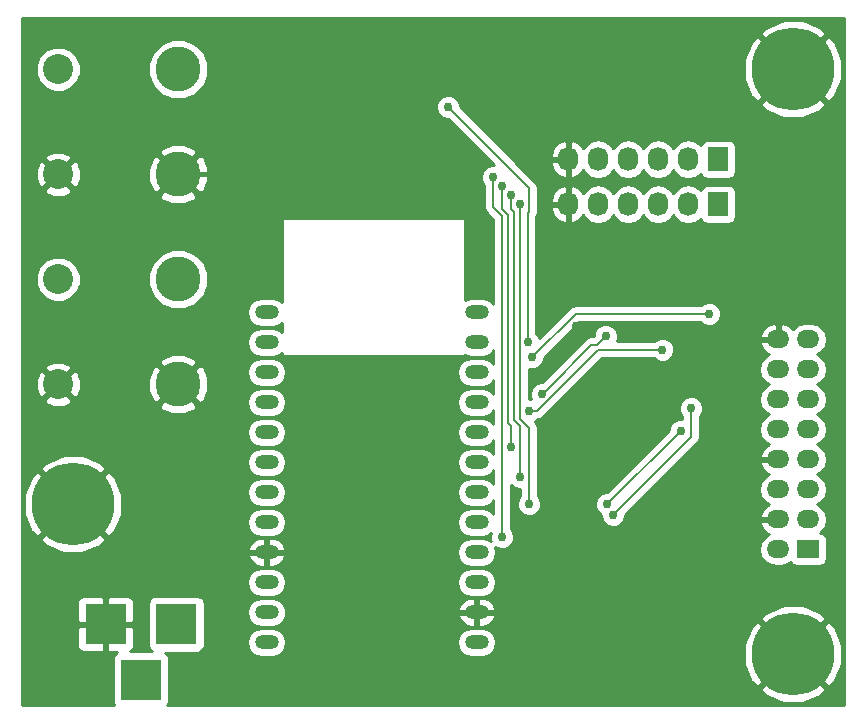
<source format=gbl>
G04 #@! TF.FileFunction,Copper,L2,Bot,Signal*
%FSLAX46Y46*%
G04 Gerber Fmt 4.6, Leading zero omitted, Abs format (unit mm)*
G04 Created by KiCad (PCBNEW 4.0.2-stable) date 8/2/2016 00:37:47*
%MOMM*%
G01*
G04 APERTURE LIST*
%ADD10C,0.254000*%
%ADD11O,2.000000X1.200000*%
%ADD12C,2.540000*%
%ADD13C,3.810000*%
%ADD14R,1.727200X2.032000*%
%ADD15O,1.727200X2.032000*%
%ADD16O,1.905000X1.524000*%
%ADD17R,1.905000X1.524000*%
%ADD18C,7.000000*%
%ADD19C,0.600000*%
%ADD20R,3.500120X3.500120*%
%ADD21C,0.762000*%
%ADD22C,0.406400*%
%ADD23C,1.270000*%
%ADD24C,0.203200*%
G04 APERTURE END LIST*
D10*
D11*
X72261456Y-110744000D03*
X90041456Y-110744000D03*
X72261456Y-108204000D03*
X90041456Y-108204000D03*
X72261456Y-105664000D03*
X90041456Y-105664000D03*
X72261456Y-103124000D03*
X90041456Y-103124000D03*
X72261456Y-100584000D03*
X90041456Y-100584000D03*
X72261456Y-98044000D03*
X90041456Y-98044000D03*
X72261456Y-95504000D03*
X90041456Y-95504000D03*
X72261456Y-92964000D03*
X90041456Y-92964000D03*
X72261456Y-90424000D03*
X90041456Y-90424000D03*
X72261456Y-87884000D03*
X90041456Y-87884000D03*
X72261456Y-85344000D03*
X90041456Y-85344000D03*
X72261456Y-82804000D03*
X90041456Y-82804000D03*
D12*
X54610000Y-62230000D03*
D13*
X64770000Y-62230000D03*
D12*
X54610000Y-71120000D03*
D13*
X64770000Y-71120000D03*
D12*
X54610000Y-80010000D03*
D13*
X64770000Y-80010000D03*
D12*
X54610000Y-88900000D03*
D13*
X64770000Y-88900000D03*
D14*
X110490000Y-69850000D03*
D15*
X107950000Y-69850000D03*
X105410000Y-69850000D03*
X102870000Y-69850000D03*
X100330000Y-69850000D03*
X97790000Y-69850000D03*
D14*
X110490000Y-73660000D03*
D15*
X107950000Y-73660000D03*
X105410000Y-73660000D03*
X102870000Y-73660000D03*
X100330000Y-73660000D03*
X97790000Y-73660000D03*
D16*
X115570000Y-85090000D03*
X118110000Y-85090000D03*
X115570000Y-87630000D03*
X118110000Y-87630000D03*
X115570000Y-90170000D03*
X118110000Y-90170000D03*
X115570000Y-92710000D03*
X118110000Y-92710000D03*
X115570000Y-95250000D03*
X118110000Y-95250000D03*
X115570000Y-97790000D03*
X118110000Y-97790000D03*
X115570000Y-100330000D03*
X118110000Y-100330000D03*
X115570000Y-102870000D03*
D17*
X118110000Y-102870000D03*
D18*
X116840000Y-62230000D03*
D19*
X119465000Y-62230000D03*
X118696155Y-64086155D03*
X116840000Y-64855000D03*
X114983845Y-64086155D03*
X114215000Y-62230000D03*
X114983845Y-60373845D03*
X116840000Y-59605000D03*
X118696155Y-60373845D03*
D18*
X55880000Y-99060000D03*
D19*
X58505000Y-99060000D03*
X57736155Y-100916155D03*
X55880000Y-101685000D03*
X54023845Y-100916155D03*
X53255000Y-99060000D03*
X54023845Y-97203845D03*
X55880000Y-96435000D03*
X57736155Y-97203845D03*
D18*
X116840000Y-111760000D03*
D19*
X119465000Y-111760000D03*
X118696155Y-113616155D03*
X116840000Y-114385000D03*
X114983845Y-113616155D03*
X114215000Y-111760000D03*
X114983845Y-109903845D03*
X116840000Y-109135000D03*
X118696155Y-109903845D03*
D20*
X64620140Y-109220000D03*
X58620660Y-109220000D03*
X61620400Y-113919000D03*
D21*
X90297000Y-77978000D03*
X90297000Y-77216000D03*
X90297000Y-76454000D03*
X90297000Y-75692000D03*
X111252000Y-102997000D03*
X111125000Y-112776000D03*
X111125000Y-111760000D03*
X111125000Y-110617000D03*
X110490000Y-109728000D03*
X109347000Y-109728000D03*
X108204000Y-109728000D03*
X108204000Y-106045000D03*
X109347000Y-106045000D03*
X110490000Y-106045000D03*
X111252000Y-105283000D03*
X111252000Y-104140000D03*
X69977000Y-72771000D03*
X69977000Y-72009000D03*
X69977000Y-71247000D03*
X69977000Y-70485000D03*
X69977000Y-69723000D03*
X69977000Y-68961000D03*
X105918000Y-64389000D03*
X105918000Y-63627000D03*
X105918000Y-62865000D03*
X105918000Y-62103000D03*
X105918000Y-61341000D03*
X105918000Y-60579000D03*
X69977000Y-61849000D03*
X69977000Y-62611000D03*
X69977000Y-63373000D03*
X69977000Y-64135000D03*
X69977000Y-64897000D03*
X69977000Y-65659000D03*
X120650000Y-67945000D03*
X95885000Y-104775000D03*
X97155000Y-104775000D03*
X97155000Y-106045000D03*
X95885000Y-106045000D03*
X104648000Y-59055000D03*
X100584000Y-75946000D03*
X103301780Y-92820368D03*
X104978220Y-84654624D03*
X117881420Y-73025000D03*
X117856000Y-76835000D03*
X98425000Y-83947000D03*
X109855000Y-93853000D03*
X99187000Y-79248000D03*
X105283000Y-79248000D03*
X105283000Y-98552000D03*
X108077000Y-98552000D03*
X94497389Y-91159003D03*
X105765630Y-85979000D03*
X93726000Y-73660000D03*
X94488000Y-99060000D03*
X101092000Y-99060000D03*
X107315000Y-92837000D03*
X92964000Y-72898000D03*
X93726000Y-96774000D03*
X92202000Y-72136000D03*
X92964000Y-94234000D03*
X95590552Y-89748552D03*
X100965000Y-84836000D03*
X91440000Y-71374000D03*
X92202000Y-101854000D03*
X101600000Y-99949000D03*
X108204000Y-90932000D03*
X94361000Y-85344000D03*
X87630000Y-65405000D03*
X109728000Y-82931000D03*
X94742000Y-86614000D03*
D22*
X90297000Y-76962000D02*
X90297000Y-77724000D01*
X90297000Y-75438000D02*
X90297000Y-76200000D01*
X111125000Y-110617000D02*
X111125000Y-111760000D01*
X109347000Y-109728000D02*
X110490000Y-109728000D01*
X108204000Y-106172000D02*
X108204000Y-109728000D01*
X110490000Y-106045000D02*
X109347000Y-106045000D01*
X111252000Y-104140000D02*
X111252000Y-105283000D01*
X69977000Y-71247000D02*
X69977000Y-72009000D01*
X69977000Y-69723000D02*
X69977000Y-70485000D01*
X64770000Y-71120000D02*
X67818000Y-71120000D01*
X67818000Y-71120000D02*
X69977000Y-68961000D01*
X105918000Y-63627000D02*
X105918000Y-64389000D01*
X105918000Y-62103000D02*
X105918000Y-62738000D01*
X105918000Y-62738000D02*
X105791000Y-62865000D01*
X105918000Y-60579000D02*
X105918000Y-61341000D01*
X69977000Y-63373000D02*
X69977000Y-62611000D01*
X69977000Y-64897000D02*
X69977000Y-64135000D01*
X64770000Y-71120000D02*
X69977000Y-65913000D01*
X69977000Y-65913000D02*
X69977000Y-65659000D01*
D23*
X97155000Y-104775000D02*
X95885000Y-104775000D01*
X95885000Y-106045000D02*
X97155000Y-106045000D01*
D24*
X97790000Y-88519000D02*
X95149997Y-91159003D01*
X95036204Y-91159003D02*
X94497389Y-91159003D01*
X95149997Y-91159003D02*
X95036204Y-91159003D01*
X98044000Y-88265000D02*
X97790000Y-88519000D01*
X100330000Y-85979000D02*
X97790000Y-88519000D01*
X105765630Y-85979000D02*
X100330000Y-85979000D01*
X94488000Y-92583000D02*
X93726000Y-91821000D01*
X93726000Y-91821000D02*
X93726000Y-85850986D01*
X93726000Y-85850986D02*
X93675199Y-85800185D01*
X93726000Y-74198815D02*
X93726000Y-73660000D01*
X93675199Y-85014815D02*
X93726000Y-84964014D01*
X93726000Y-84964014D02*
X93726000Y-74198815D01*
X94488000Y-99060000D02*
X94488000Y-92583000D01*
X93675199Y-85800185D02*
X93675199Y-85014815D01*
X94488000Y-94361000D02*
X94488000Y-99060000D01*
X107315000Y-92837000D02*
X101092000Y-99060000D01*
X93218000Y-74295000D02*
X92964000Y-74041000D01*
X92964000Y-74041000D02*
X92964000Y-72898000D01*
X93218000Y-91948000D02*
X93218000Y-74295000D01*
X93726000Y-92456000D02*
X93218000Y-91948000D01*
X93726000Y-96774000D02*
X93726000Y-92456000D01*
X72261456Y-95071338D02*
X72661456Y-95071338D01*
X92710000Y-74549000D02*
X92202000Y-74041000D01*
X92202000Y-74041000D02*
X92202000Y-72136000D01*
X92710000Y-92202000D02*
X92710000Y-74549000D01*
X92964000Y-92456000D02*
X92710000Y-92202000D01*
X92964000Y-94234000D02*
X92964000Y-92456000D01*
X99766513Y-85572591D02*
X95971551Y-89367553D01*
X100228409Y-85572591D02*
X99766513Y-85572591D01*
X95971551Y-89367553D02*
X95590552Y-89748552D01*
X100965000Y-84836000D02*
X100228409Y-85572591D01*
X92202000Y-74676000D02*
X91440000Y-73914000D01*
X91440000Y-73914000D02*
X91440000Y-71374000D01*
X92202000Y-101854000D02*
X92202000Y-74676000D01*
X108204000Y-93345000D02*
X101600000Y-99949000D01*
X108204000Y-93345000D02*
X108204000Y-90932000D01*
X94488000Y-74295000D02*
X94488000Y-72263000D01*
X94488000Y-72263000D02*
X87630000Y-65405000D01*
X94361000Y-74422000D02*
X94488000Y-74295000D01*
X94361000Y-85344000D02*
X94361000Y-74422000D01*
X98425000Y-82931000D02*
X109728000Y-82931000D01*
X94742000Y-86614000D02*
X98425000Y-82931000D01*
D10*
G36*
X121158000Y-116078000D02*
X63859583Y-116078000D01*
X63966891Y-115920950D01*
X64017900Y-115669060D01*
X64017900Y-114717312D01*
X114062293Y-114717312D01*
X114465762Y-115243924D01*
X115979730Y-115887307D01*
X117624666Y-115902346D01*
X119150145Y-115286750D01*
X119214238Y-115243924D01*
X119617707Y-114717312D01*
X116840000Y-111939605D01*
X114062293Y-114717312D01*
X64017900Y-114717312D01*
X64017900Y-112544666D01*
X112697654Y-112544666D01*
X113313250Y-114070145D01*
X113356076Y-114134238D01*
X113882688Y-114537707D01*
X116660395Y-111760000D01*
X117019605Y-111760000D01*
X119797312Y-114537707D01*
X120323924Y-114134238D01*
X120967307Y-112620270D01*
X120982346Y-110975334D01*
X120366750Y-109449855D01*
X120323924Y-109385762D01*
X119797312Y-108982293D01*
X117019605Y-111760000D01*
X116660395Y-111760000D01*
X113882688Y-108982293D01*
X113356076Y-109385762D01*
X112712693Y-110899730D01*
X112697654Y-112544666D01*
X64017900Y-112544666D01*
X64017900Y-112168940D01*
X63973622Y-111933623D01*
X63834550Y-111717499D01*
X63688197Y-111617500D01*
X66370200Y-111617500D01*
X66605517Y-111573222D01*
X66821641Y-111434150D01*
X66966631Y-111221950D01*
X67017640Y-110970060D01*
X67017640Y-110744000D01*
X70594424Y-110744000D01*
X70688433Y-111216614D01*
X70956147Y-111617277D01*
X71356810Y-111884991D01*
X71829424Y-111979000D01*
X72693488Y-111979000D01*
X73166102Y-111884991D01*
X73566765Y-111617277D01*
X73834479Y-111216614D01*
X73928488Y-110744000D01*
X88374424Y-110744000D01*
X88468433Y-111216614D01*
X88736147Y-111617277D01*
X89136810Y-111884991D01*
X89609424Y-111979000D01*
X90473488Y-111979000D01*
X90946102Y-111884991D01*
X91346765Y-111617277D01*
X91614479Y-111216614D01*
X91708488Y-110744000D01*
X91614479Y-110271386D01*
X91346765Y-109870723D01*
X90946102Y-109603009D01*
X90473488Y-109509000D01*
X89609424Y-109509000D01*
X89136810Y-109603009D01*
X88736147Y-109870723D01*
X88468433Y-110271386D01*
X88374424Y-110744000D01*
X73928488Y-110744000D01*
X73834479Y-110271386D01*
X73566765Y-109870723D01*
X73166102Y-109603009D01*
X72693488Y-109509000D01*
X71829424Y-109509000D01*
X71356810Y-109603009D01*
X70956147Y-109870723D01*
X70688433Y-110271386D01*
X70594424Y-110744000D01*
X67017640Y-110744000D01*
X67017640Y-108204000D01*
X70594424Y-108204000D01*
X70688433Y-108676614D01*
X70956147Y-109077277D01*
X71356810Y-109344991D01*
X71829424Y-109439000D01*
X72693488Y-109439000D01*
X73166102Y-109344991D01*
X73566765Y-109077277D01*
X73834479Y-108676614D01*
X73865311Y-108521609D01*
X88447994Y-108521609D01*
X88451864Y-108559281D01*
X88678376Y-108987474D01*
X89051509Y-109296390D01*
X89514456Y-109439000D01*
X89914456Y-109439000D01*
X89914456Y-108331000D01*
X90168456Y-108331000D01*
X90168456Y-109439000D01*
X90568456Y-109439000D01*
X91031403Y-109296390D01*
X91404536Y-108987474D01*
X91502286Y-108802688D01*
X114062293Y-108802688D01*
X116840000Y-111580395D01*
X119617707Y-108802688D01*
X119214238Y-108276076D01*
X117700270Y-107632693D01*
X116055334Y-107617654D01*
X114529855Y-108233250D01*
X114465762Y-108276076D01*
X114062293Y-108802688D01*
X91502286Y-108802688D01*
X91631048Y-108559281D01*
X91634918Y-108521609D01*
X91510187Y-108331000D01*
X90168456Y-108331000D01*
X89914456Y-108331000D01*
X88572725Y-108331000D01*
X88447994Y-108521609D01*
X73865311Y-108521609D01*
X73928488Y-108204000D01*
X73865312Y-107886391D01*
X88447994Y-107886391D01*
X88572725Y-108077000D01*
X89914456Y-108077000D01*
X89914456Y-106969000D01*
X90168456Y-106969000D01*
X90168456Y-108077000D01*
X91510187Y-108077000D01*
X91634918Y-107886391D01*
X91631048Y-107848719D01*
X91404536Y-107420526D01*
X91031403Y-107111610D01*
X90568456Y-106969000D01*
X90168456Y-106969000D01*
X89914456Y-106969000D01*
X89514456Y-106969000D01*
X89051509Y-107111610D01*
X88678376Y-107420526D01*
X88451864Y-107848719D01*
X88447994Y-107886391D01*
X73865312Y-107886391D01*
X73834479Y-107731386D01*
X73566765Y-107330723D01*
X73166102Y-107063009D01*
X72693488Y-106969000D01*
X71829424Y-106969000D01*
X71356810Y-107063009D01*
X70956147Y-107330723D01*
X70688433Y-107731386D01*
X70594424Y-108204000D01*
X67017640Y-108204000D01*
X67017640Y-107469940D01*
X66973362Y-107234623D01*
X66834290Y-107018499D01*
X66622090Y-106873509D01*
X66370200Y-106822500D01*
X62870080Y-106822500D01*
X62634763Y-106866778D01*
X62418639Y-107005850D01*
X62273649Y-107218050D01*
X62222640Y-107469940D01*
X62222640Y-110970060D01*
X62266918Y-111205377D01*
X62405990Y-111421501D01*
X62552343Y-111521500D01*
X60698760Y-111521500D01*
X60730418Y-111508387D01*
X60909047Y-111329759D01*
X61005720Y-111096370D01*
X61005720Y-109505750D01*
X60846970Y-109347000D01*
X58747660Y-109347000D01*
X58747660Y-111446310D01*
X58906410Y-111605060D01*
X59573977Y-111605060D01*
X59418899Y-111704850D01*
X59273909Y-111917050D01*
X59222900Y-112168940D01*
X59222900Y-115669060D01*
X59267178Y-115904377D01*
X59378901Y-116078000D01*
X51562000Y-116078000D01*
X51562000Y-109505750D01*
X56235600Y-109505750D01*
X56235600Y-111096370D01*
X56332273Y-111329759D01*
X56510902Y-111508387D01*
X56744291Y-111605060D01*
X58334910Y-111605060D01*
X58493660Y-111446310D01*
X58493660Y-109347000D01*
X56394350Y-109347000D01*
X56235600Y-109505750D01*
X51562000Y-109505750D01*
X51562000Y-107343630D01*
X56235600Y-107343630D01*
X56235600Y-108934250D01*
X56394350Y-109093000D01*
X58493660Y-109093000D01*
X58493660Y-106993690D01*
X58747660Y-106993690D01*
X58747660Y-109093000D01*
X60846970Y-109093000D01*
X61005720Y-108934250D01*
X61005720Y-107343630D01*
X60909047Y-107110241D01*
X60730418Y-106931613D01*
X60497029Y-106834940D01*
X58906410Y-106834940D01*
X58747660Y-106993690D01*
X58493660Y-106993690D01*
X58334910Y-106834940D01*
X56744291Y-106834940D01*
X56510902Y-106931613D01*
X56332273Y-107110241D01*
X56235600Y-107343630D01*
X51562000Y-107343630D01*
X51562000Y-105664000D01*
X70594424Y-105664000D01*
X70688433Y-106136614D01*
X70956147Y-106537277D01*
X71356810Y-106804991D01*
X71829424Y-106899000D01*
X72693488Y-106899000D01*
X73166102Y-106804991D01*
X73566765Y-106537277D01*
X73834479Y-106136614D01*
X73928488Y-105664000D01*
X88374424Y-105664000D01*
X88468433Y-106136614D01*
X88736147Y-106537277D01*
X89136810Y-106804991D01*
X89609424Y-106899000D01*
X90473488Y-106899000D01*
X90946102Y-106804991D01*
X91346765Y-106537277D01*
X91614479Y-106136614D01*
X91708488Y-105664000D01*
X91614479Y-105191386D01*
X91346765Y-104790723D01*
X90946102Y-104523009D01*
X90473488Y-104429000D01*
X89609424Y-104429000D01*
X89136810Y-104523009D01*
X88736147Y-104790723D01*
X88468433Y-105191386D01*
X88374424Y-105664000D01*
X73928488Y-105664000D01*
X73834479Y-105191386D01*
X73566765Y-104790723D01*
X73166102Y-104523009D01*
X72693488Y-104429000D01*
X71829424Y-104429000D01*
X71356810Y-104523009D01*
X70956147Y-104790723D01*
X70688433Y-105191386D01*
X70594424Y-105664000D01*
X51562000Y-105664000D01*
X51562000Y-103441609D01*
X70667994Y-103441609D01*
X70671864Y-103479281D01*
X70898376Y-103907474D01*
X71271509Y-104216390D01*
X71734456Y-104359000D01*
X72134456Y-104359000D01*
X72134456Y-103251000D01*
X72388456Y-103251000D01*
X72388456Y-104359000D01*
X72788456Y-104359000D01*
X73251403Y-104216390D01*
X73624536Y-103907474D01*
X73851048Y-103479281D01*
X73854918Y-103441609D01*
X73730187Y-103251000D01*
X72388456Y-103251000D01*
X72134456Y-103251000D01*
X70792725Y-103251000D01*
X70667994Y-103441609D01*
X51562000Y-103441609D01*
X51562000Y-102017312D01*
X53102293Y-102017312D01*
X53505762Y-102543924D01*
X55019730Y-103187307D01*
X56664666Y-103202346D01*
X57645863Y-102806391D01*
X70667994Y-102806391D01*
X70792725Y-102997000D01*
X72134456Y-102997000D01*
X72134456Y-101889000D01*
X72388456Y-101889000D01*
X72388456Y-102997000D01*
X73730187Y-102997000D01*
X73854918Y-102806391D01*
X73851048Y-102768719D01*
X73624536Y-102340526D01*
X73251403Y-102031610D01*
X72788456Y-101889000D01*
X72388456Y-101889000D01*
X72134456Y-101889000D01*
X71734456Y-101889000D01*
X71271509Y-102031610D01*
X70898376Y-102340526D01*
X70671864Y-102768719D01*
X70667994Y-102806391D01*
X57645863Y-102806391D01*
X58190145Y-102586750D01*
X58254238Y-102543924D01*
X58657707Y-102017312D01*
X55880000Y-99239605D01*
X53102293Y-102017312D01*
X51562000Y-102017312D01*
X51562000Y-99844666D01*
X51737654Y-99844666D01*
X52353250Y-101370145D01*
X52396076Y-101434238D01*
X52922688Y-101837707D01*
X55700395Y-99060000D01*
X56059605Y-99060000D01*
X58837312Y-101837707D01*
X59363924Y-101434238D01*
X59725245Y-100584000D01*
X70594424Y-100584000D01*
X70688433Y-101056614D01*
X70956147Y-101457277D01*
X71356810Y-101724991D01*
X71829424Y-101819000D01*
X72693488Y-101819000D01*
X73166102Y-101724991D01*
X73566765Y-101457277D01*
X73834479Y-101056614D01*
X73928488Y-100584000D01*
X73834479Y-100111386D01*
X73566765Y-99710723D01*
X73166102Y-99443009D01*
X72693488Y-99349000D01*
X71829424Y-99349000D01*
X71356810Y-99443009D01*
X70956147Y-99710723D01*
X70688433Y-100111386D01*
X70594424Y-100584000D01*
X59725245Y-100584000D01*
X60007307Y-99920270D01*
X60022346Y-98275334D01*
X59928993Y-98044000D01*
X70594424Y-98044000D01*
X70688433Y-98516614D01*
X70956147Y-98917277D01*
X71356810Y-99184991D01*
X71829424Y-99279000D01*
X72693488Y-99279000D01*
X73166102Y-99184991D01*
X73566765Y-98917277D01*
X73834479Y-98516614D01*
X73928488Y-98044000D01*
X73834479Y-97571386D01*
X73566765Y-97170723D01*
X73166102Y-96903009D01*
X72693488Y-96809000D01*
X71829424Y-96809000D01*
X71356810Y-96903009D01*
X70956147Y-97170723D01*
X70688433Y-97571386D01*
X70594424Y-98044000D01*
X59928993Y-98044000D01*
X59406750Y-96749855D01*
X59363924Y-96685762D01*
X58837312Y-96282293D01*
X56059605Y-99060000D01*
X55700395Y-99060000D01*
X52922688Y-96282293D01*
X52396076Y-96685762D01*
X51752693Y-98199730D01*
X51737654Y-99844666D01*
X51562000Y-99844666D01*
X51562000Y-96102688D01*
X53102293Y-96102688D01*
X55880000Y-98880395D01*
X58657707Y-96102688D01*
X58254238Y-95576076D01*
X58084634Y-95504000D01*
X70594424Y-95504000D01*
X70688433Y-95976614D01*
X70956147Y-96377277D01*
X71356810Y-96644991D01*
X71829424Y-96739000D01*
X72693488Y-96739000D01*
X73166102Y-96644991D01*
X73566765Y-96377277D01*
X73834479Y-95976614D01*
X73928488Y-95504000D01*
X73834479Y-95031386D01*
X73566765Y-94630723D01*
X73166102Y-94363009D01*
X72693488Y-94269000D01*
X71829424Y-94269000D01*
X71356810Y-94363009D01*
X70956147Y-94630723D01*
X70688433Y-95031386D01*
X70594424Y-95504000D01*
X58084634Y-95504000D01*
X56740270Y-94932693D01*
X55095334Y-94917654D01*
X53569855Y-95533250D01*
X53505762Y-95576076D01*
X53102293Y-96102688D01*
X51562000Y-96102688D01*
X51562000Y-92964000D01*
X70594424Y-92964000D01*
X70688433Y-93436614D01*
X70956147Y-93837277D01*
X71356810Y-94104991D01*
X71829424Y-94199000D01*
X72693488Y-94199000D01*
X73166102Y-94104991D01*
X73566765Y-93837277D01*
X73834479Y-93436614D01*
X73928488Y-92964000D01*
X73834479Y-92491386D01*
X73566765Y-92090723D01*
X73166102Y-91823009D01*
X72693488Y-91729000D01*
X71829424Y-91729000D01*
X71356810Y-91823009D01*
X70956147Y-92090723D01*
X70688433Y-92491386D01*
X70594424Y-92964000D01*
X51562000Y-92964000D01*
X51562000Y-90247777D01*
X53441828Y-90247777D01*
X53573520Y-90542657D01*
X54281036Y-90814261D01*
X55038632Y-90794436D01*
X55251073Y-90706440D01*
X63143165Y-90706440D01*
X63352353Y-91067289D01*
X64289650Y-91444824D01*
X65300077Y-91434933D01*
X66187647Y-91067289D01*
X66396835Y-90706440D01*
X64770000Y-89079605D01*
X63143165Y-90706440D01*
X55251073Y-90706440D01*
X55646480Y-90542657D01*
X55778172Y-90247777D01*
X54610000Y-89079605D01*
X53441828Y-90247777D01*
X51562000Y-90247777D01*
X51562000Y-88571036D01*
X52695739Y-88571036D01*
X52715564Y-89328632D01*
X52967343Y-89936480D01*
X53262223Y-90068172D01*
X54430395Y-88900000D01*
X54789605Y-88900000D01*
X55957777Y-90068172D01*
X56252657Y-89936480D01*
X56524261Y-89228964D01*
X56504436Y-88471368D01*
X56483014Y-88419650D01*
X62225176Y-88419650D01*
X62235067Y-89430077D01*
X62602711Y-90317647D01*
X62963560Y-90526835D01*
X64590395Y-88900000D01*
X64949605Y-88900000D01*
X66576440Y-90526835D01*
X66753830Y-90424000D01*
X70594424Y-90424000D01*
X70688433Y-90896614D01*
X70956147Y-91297277D01*
X71356810Y-91564991D01*
X71829424Y-91659000D01*
X72693488Y-91659000D01*
X73166102Y-91564991D01*
X73566765Y-91297277D01*
X73834479Y-90896614D01*
X73928488Y-90424000D01*
X73834479Y-89951386D01*
X73566765Y-89550723D01*
X73166102Y-89283009D01*
X72693488Y-89189000D01*
X71829424Y-89189000D01*
X71356810Y-89283009D01*
X70956147Y-89550723D01*
X70688433Y-89951386D01*
X70594424Y-90424000D01*
X66753830Y-90424000D01*
X66937289Y-90317647D01*
X67314824Y-89380350D01*
X67304933Y-88369923D01*
X67103657Y-87884000D01*
X70594424Y-87884000D01*
X70688433Y-88356614D01*
X70956147Y-88757277D01*
X71356810Y-89024991D01*
X71829424Y-89119000D01*
X72693488Y-89119000D01*
X73166102Y-89024991D01*
X73566765Y-88757277D01*
X73834479Y-88356614D01*
X73928488Y-87884000D01*
X73834479Y-87411386D01*
X73566765Y-87010723D01*
X73166102Y-86743009D01*
X72693488Y-86649000D01*
X71829424Y-86649000D01*
X71356810Y-86743009D01*
X70956147Y-87010723D01*
X70688433Y-87411386D01*
X70594424Y-87884000D01*
X67103657Y-87884000D01*
X66937289Y-87482353D01*
X66576440Y-87273165D01*
X64949605Y-88900000D01*
X64590395Y-88900000D01*
X62963560Y-87273165D01*
X62602711Y-87482353D01*
X62225176Y-88419650D01*
X56483014Y-88419650D01*
X56252657Y-87863520D01*
X55957777Y-87731828D01*
X54789605Y-88900000D01*
X54430395Y-88900000D01*
X53262223Y-87731828D01*
X52967343Y-87863520D01*
X52695739Y-88571036D01*
X51562000Y-88571036D01*
X51562000Y-87552223D01*
X53441828Y-87552223D01*
X54610000Y-88720395D01*
X55778172Y-87552223D01*
X55646480Y-87257343D01*
X55219833Y-87093560D01*
X63143165Y-87093560D01*
X64770000Y-88720395D01*
X66396835Y-87093560D01*
X66187647Y-86732711D01*
X65250350Y-86355176D01*
X64239923Y-86365067D01*
X63352353Y-86732711D01*
X63143165Y-87093560D01*
X55219833Y-87093560D01*
X54938964Y-86985739D01*
X54181368Y-87005564D01*
X53573520Y-87257343D01*
X53441828Y-87552223D01*
X51562000Y-87552223D01*
X51562000Y-82804000D01*
X70594424Y-82804000D01*
X70688433Y-83276614D01*
X70956147Y-83677277D01*
X71356810Y-83944991D01*
X71829424Y-84039000D01*
X72693488Y-84039000D01*
X73166102Y-83944991D01*
X73533000Y-83699838D01*
X73533000Y-84448162D01*
X73166102Y-84203009D01*
X72693488Y-84109000D01*
X71829424Y-84109000D01*
X71356810Y-84203009D01*
X70956147Y-84470723D01*
X70688433Y-84871386D01*
X70594424Y-85344000D01*
X70688433Y-85816614D01*
X70956147Y-86217277D01*
X71356810Y-86484991D01*
X71829424Y-86579000D01*
X72693488Y-86579000D01*
X73166102Y-86484991D01*
X73533000Y-86239838D01*
X73533000Y-86360000D01*
X73541685Y-86406159D01*
X73568965Y-86448553D01*
X73610590Y-86476994D01*
X73660000Y-86487000D01*
X88900000Y-86487000D01*
X88946159Y-86478315D01*
X88988553Y-86451035D01*
X89016994Y-86409410D01*
X89017793Y-86405466D01*
X89136810Y-86484991D01*
X89609424Y-86579000D01*
X90473488Y-86579000D01*
X90946102Y-86484991D01*
X91346765Y-86217277D01*
X91465400Y-86039727D01*
X91465400Y-87188273D01*
X91346765Y-87010723D01*
X90946102Y-86743009D01*
X90473488Y-86649000D01*
X89609424Y-86649000D01*
X89136810Y-86743009D01*
X88736147Y-87010723D01*
X88468433Y-87411386D01*
X88374424Y-87884000D01*
X88468433Y-88356614D01*
X88736147Y-88757277D01*
X89136810Y-89024991D01*
X89609424Y-89119000D01*
X90473488Y-89119000D01*
X90946102Y-89024991D01*
X91346765Y-88757277D01*
X91465400Y-88579727D01*
X91465400Y-89728273D01*
X91346765Y-89550723D01*
X90946102Y-89283009D01*
X90473488Y-89189000D01*
X89609424Y-89189000D01*
X89136810Y-89283009D01*
X88736147Y-89550723D01*
X88468433Y-89951386D01*
X88374424Y-90424000D01*
X88468433Y-90896614D01*
X88736147Y-91297277D01*
X89136810Y-91564991D01*
X89609424Y-91659000D01*
X90473488Y-91659000D01*
X90946102Y-91564991D01*
X91346765Y-91297277D01*
X91465400Y-91119727D01*
X91465400Y-92268273D01*
X91346765Y-92090723D01*
X90946102Y-91823009D01*
X90473488Y-91729000D01*
X89609424Y-91729000D01*
X89136810Y-91823009D01*
X88736147Y-92090723D01*
X88468433Y-92491386D01*
X88374424Y-92964000D01*
X88468433Y-93436614D01*
X88736147Y-93837277D01*
X89136810Y-94104991D01*
X89609424Y-94199000D01*
X90473488Y-94199000D01*
X90946102Y-94104991D01*
X91346765Y-93837277D01*
X91465400Y-93659727D01*
X91465400Y-94808273D01*
X91346765Y-94630723D01*
X90946102Y-94363009D01*
X90473488Y-94269000D01*
X89609424Y-94269000D01*
X89136810Y-94363009D01*
X88736147Y-94630723D01*
X88468433Y-95031386D01*
X88374424Y-95504000D01*
X88468433Y-95976614D01*
X88736147Y-96377277D01*
X89136810Y-96644991D01*
X89609424Y-96739000D01*
X90473488Y-96739000D01*
X90946102Y-96644991D01*
X91346765Y-96377277D01*
X91465400Y-96199727D01*
X91465400Y-97348273D01*
X91346765Y-97170723D01*
X90946102Y-96903009D01*
X90473488Y-96809000D01*
X89609424Y-96809000D01*
X89136810Y-96903009D01*
X88736147Y-97170723D01*
X88468433Y-97571386D01*
X88374424Y-98044000D01*
X88468433Y-98516614D01*
X88736147Y-98917277D01*
X89136810Y-99184991D01*
X89609424Y-99279000D01*
X90473488Y-99279000D01*
X90946102Y-99184991D01*
X91346765Y-98917277D01*
X91465400Y-98739727D01*
X91465400Y-99888273D01*
X91346765Y-99710723D01*
X90946102Y-99443009D01*
X90473488Y-99349000D01*
X89609424Y-99349000D01*
X89136810Y-99443009D01*
X88736147Y-99710723D01*
X88468433Y-100111386D01*
X88374424Y-100584000D01*
X88468433Y-101056614D01*
X88736147Y-101457277D01*
X89136810Y-101724991D01*
X89609424Y-101819000D01*
X90473488Y-101819000D01*
X90946102Y-101724991D01*
X91235851Y-101531387D01*
X91186176Y-101651018D01*
X91185824Y-102055208D01*
X91236039Y-102176739D01*
X90946102Y-101983009D01*
X90473488Y-101889000D01*
X89609424Y-101889000D01*
X89136810Y-101983009D01*
X88736147Y-102250723D01*
X88468433Y-102651386D01*
X88374424Y-103124000D01*
X88468433Y-103596614D01*
X88736147Y-103997277D01*
X89136810Y-104264991D01*
X89609424Y-104359000D01*
X90473488Y-104359000D01*
X90946102Y-104264991D01*
X91346765Y-103997277D01*
X91614479Y-103596614D01*
X91708488Y-103124000D01*
X91627220Y-102715439D01*
X91999018Y-102869824D01*
X92403208Y-102870176D01*
X92776766Y-102715825D01*
X93062821Y-102430269D01*
X93217824Y-102056982D01*
X93218176Y-101652792D01*
X93063825Y-101279234D01*
X92938600Y-101153790D01*
X92938600Y-97423321D01*
X93149731Y-97634821D01*
X93523018Y-97789824D01*
X93751400Y-97790023D01*
X93751400Y-98359727D01*
X93627179Y-98483731D01*
X93472176Y-98857018D01*
X93471824Y-99261208D01*
X93626175Y-99634766D01*
X93911731Y-99920821D01*
X94285018Y-100075824D01*
X94689208Y-100076176D01*
X95062766Y-99921825D01*
X95348821Y-99636269D01*
X95503824Y-99262982D01*
X95503825Y-99261208D01*
X100075824Y-99261208D01*
X100230175Y-99634766D01*
X100515731Y-99920821D01*
X100583999Y-99949169D01*
X100583824Y-100150208D01*
X100738175Y-100523766D01*
X101023731Y-100809821D01*
X101397018Y-100964824D01*
X101801208Y-100965176D01*
X102174766Y-100810825D01*
X102460821Y-100525269D01*
X102615824Y-100151982D01*
X102615978Y-99974732D01*
X108724855Y-93865855D01*
X108884530Y-93626885D01*
X108940600Y-93345000D01*
X108940600Y-91632273D01*
X109064821Y-91508269D01*
X109219824Y-91134982D01*
X109220176Y-90730792D01*
X109065825Y-90357234D01*
X108780269Y-90071179D01*
X108406982Y-89916176D01*
X108002792Y-89915824D01*
X107629234Y-90070175D01*
X107343179Y-90355731D01*
X107188176Y-90729018D01*
X107187824Y-91133208D01*
X107342175Y-91506766D01*
X107467400Y-91632210D01*
X107467400Y-91821132D01*
X107113792Y-91820824D01*
X106740234Y-91975175D01*
X106454179Y-92260731D01*
X106299176Y-92634018D01*
X106299022Y-92811268D01*
X101066313Y-98043977D01*
X100890792Y-98043824D01*
X100517234Y-98198175D01*
X100231179Y-98483731D01*
X100076176Y-98857018D01*
X100075824Y-99261208D01*
X95503825Y-99261208D01*
X95504176Y-98858792D01*
X95349825Y-98485234D01*
X95224600Y-98359790D01*
X95224600Y-92583000D01*
X95168530Y-92301115D01*
X95008855Y-92062145D01*
X94998126Y-92051416D01*
X95072155Y-92020828D01*
X95209444Y-91883778D01*
X95431882Y-91839533D01*
X95670852Y-91679858D01*
X99720710Y-87630000D01*
X113951399Y-87630000D01*
X114057739Y-88164609D01*
X114360571Y-88617828D01*
X114782870Y-88900000D01*
X114360571Y-89182172D01*
X114057739Y-89635391D01*
X113951399Y-90170000D01*
X114057739Y-90704609D01*
X114360571Y-91157828D01*
X114782870Y-91440000D01*
X114360571Y-91722172D01*
X114057739Y-92175391D01*
X113951399Y-92710000D01*
X114057739Y-93244609D01*
X114360571Y-93697828D01*
X114800672Y-93991895D01*
X114702208Y-94023229D01*
X114284299Y-94375800D01*
X114033124Y-94861460D01*
X114025280Y-94906930D01*
X114147780Y-95123000D01*
X115443000Y-95123000D01*
X115443000Y-95103000D01*
X115697000Y-95103000D01*
X115697000Y-95123000D01*
X115717000Y-95123000D01*
X115717000Y-95377000D01*
X115697000Y-95377000D01*
X115697000Y-95397000D01*
X115443000Y-95397000D01*
X115443000Y-95377000D01*
X114147780Y-95377000D01*
X114025280Y-95593070D01*
X114033124Y-95638540D01*
X114284299Y-96124200D01*
X114702208Y-96476771D01*
X114800672Y-96508105D01*
X114360571Y-96802172D01*
X114057739Y-97255391D01*
X113951399Y-97790000D01*
X114057739Y-98324609D01*
X114360571Y-98777828D01*
X114800672Y-99071895D01*
X114702208Y-99103229D01*
X114284299Y-99455800D01*
X114033124Y-99941460D01*
X114025280Y-99986930D01*
X114147780Y-100203000D01*
X115443000Y-100203000D01*
X115443000Y-100183000D01*
X115697000Y-100183000D01*
X115697000Y-100203000D01*
X115717000Y-100203000D01*
X115717000Y-100457000D01*
X115697000Y-100457000D01*
X115697000Y-100477000D01*
X115443000Y-100477000D01*
X115443000Y-100457000D01*
X114147780Y-100457000D01*
X114025280Y-100673070D01*
X114033124Y-100718540D01*
X114284299Y-101204200D01*
X114702208Y-101556771D01*
X114800672Y-101588105D01*
X114360571Y-101882172D01*
X114057739Y-102335391D01*
X113951399Y-102870000D01*
X114057739Y-103404609D01*
X114360571Y-103857828D01*
X114813790Y-104160660D01*
X115348399Y-104267000D01*
X115791601Y-104267000D01*
X116326210Y-104160660D01*
X116617749Y-103965860D01*
X116693410Y-104083441D01*
X116905610Y-104228431D01*
X117157500Y-104279440D01*
X119062500Y-104279440D01*
X119297817Y-104235162D01*
X119513941Y-104096090D01*
X119658931Y-103883890D01*
X119709940Y-103632000D01*
X119709940Y-102108000D01*
X119665662Y-101872683D01*
X119526590Y-101656559D01*
X119314390Y-101511569D01*
X119095742Y-101467292D01*
X119319429Y-101317828D01*
X119622261Y-100864609D01*
X119728601Y-100330000D01*
X119622261Y-99795391D01*
X119319429Y-99342172D01*
X118897130Y-99060000D01*
X119319429Y-98777828D01*
X119622261Y-98324609D01*
X119728601Y-97790000D01*
X119622261Y-97255391D01*
X119319429Y-96802172D01*
X118897130Y-96520000D01*
X119319429Y-96237828D01*
X119622261Y-95784609D01*
X119728601Y-95250000D01*
X119622261Y-94715391D01*
X119319429Y-94262172D01*
X118897130Y-93980000D01*
X119319429Y-93697828D01*
X119622261Y-93244609D01*
X119728601Y-92710000D01*
X119622261Y-92175391D01*
X119319429Y-91722172D01*
X118897130Y-91440000D01*
X119319429Y-91157828D01*
X119622261Y-90704609D01*
X119728601Y-90170000D01*
X119622261Y-89635391D01*
X119319429Y-89182172D01*
X118897130Y-88900000D01*
X119319429Y-88617828D01*
X119622261Y-88164609D01*
X119728601Y-87630000D01*
X119622261Y-87095391D01*
X119319429Y-86642172D01*
X118897130Y-86360000D01*
X119319429Y-86077828D01*
X119622261Y-85624609D01*
X119728601Y-85090000D01*
X119622261Y-84555391D01*
X119319429Y-84102172D01*
X118866210Y-83799340D01*
X118331601Y-83693000D01*
X117888399Y-83693000D01*
X117353790Y-83799340D01*
X116900571Y-84102172D01*
X116835842Y-84199046D01*
X116437792Y-83863229D01*
X115916771Y-83697423D01*
X115697000Y-83848872D01*
X115697000Y-84963000D01*
X115717000Y-84963000D01*
X115717000Y-85217000D01*
X115697000Y-85217000D01*
X115697000Y-85237000D01*
X115443000Y-85237000D01*
X115443000Y-85217000D01*
X114147780Y-85217000D01*
X114025280Y-85433070D01*
X114033124Y-85478540D01*
X114284299Y-85964200D01*
X114702208Y-86316771D01*
X114800672Y-86348105D01*
X114360571Y-86642172D01*
X114057739Y-87095391D01*
X113951399Y-87630000D01*
X99720710Y-87630000D01*
X100635110Y-86715600D01*
X105065357Y-86715600D01*
X105189361Y-86839821D01*
X105562648Y-86994824D01*
X105966838Y-86995176D01*
X106340396Y-86840825D01*
X106626451Y-86555269D01*
X106781454Y-86181982D01*
X106781806Y-85777792D01*
X106627455Y-85404234D01*
X106341899Y-85118179D01*
X105968612Y-84963176D01*
X105564422Y-84962824D01*
X105190864Y-85117175D01*
X105065420Y-85242400D01*
X101896357Y-85242400D01*
X101980824Y-85038982D01*
X101981078Y-84746930D01*
X114025280Y-84746930D01*
X114147780Y-84963000D01*
X115443000Y-84963000D01*
X115443000Y-83848872D01*
X115223229Y-83697423D01*
X114702208Y-83863229D01*
X114284299Y-84215800D01*
X114033124Y-84701460D01*
X114025280Y-84746930D01*
X101981078Y-84746930D01*
X101981176Y-84634792D01*
X101826825Y-84261234D01*
X101541269Y-83975179D01*
X101167982Y-83820176D01*
X100763792Y-83819824D01*
X100390234Y-83974175D01*
X100104179Y-84259731D01*
X99949176Y-84633018D01*
X99949022Y-84810268D01*
X99923299Y-84835991D01*
X99766513Y-84835991D01*
X99484628Y-84892061D01*
X99300914Y-85014815D01*
X99245658Y-85051736D01*
X95564865Y-88732529D01*
X95389344Y-88732376D01*
X95015786Y-88886727D01*
X94729731Y-89172283D01*
X94574728Y-89545570D01*
X94574376Y-89949760D01*
X94654279Y-90143139D01*
X94462600Y-90142972D01*
X94462600Y-87598092D01*
X94539018Y-87629824D01*
X94943208Y-87630176D01*
X95316766Y-87475825D01*
X95602821Y-87190269D01*
X95757824Y-86816982D01*
X95757978Y-86639732D01*
X98730110Y-83667600D01*
X109027727Y-83667600D01*
X109151731Y-83791821D01*
X109525018Y-83946824D01*
X109929208Y-83947176D01*
X110302766Y-83792825D01*
X110588821Y-83507269D01*
X110743824Y-83133982D01*
X110744176Y-82729792D01*
X110589825Y-82356234D01*
X110304269Y-82070179D01*
X109930982Y-81915176D01*
X109526792Y-81914824D01*
X109153234Y-82069175D01*
X109027790Y-82194400D01*
X98425005Y-82194400D01*
X98425000Y-82194399D01*
X98189883Y-82241167D01*
X98143115Y-82250470D01*
X97904145Y-82410145D01*
X95317039Y-84997251D01*
X95222825Y-84769234D01*
X95097600Y-84643790D01*
X95097600Y-74683039D01*
X95168530Y-74576885D01*
X95224600Y-74295000D01*
X95224600Y-74021913D01*
X96304816Y-74021913D01*
X96498046Y-74574320D01*
X96887964Y-75010732D01*
X97415209Y-75264709D01*
X97430974Y-75267358D01*
X97663000Y-75146217D01*
X97663000Y-73787000D01*
X96449076Y-73787000D01*
X96304816Y-74021913D01*
X95224600Y-74021913D01*
X95224600Y-73298087D01*
X96304816Y-73298087D01*
X96449076Y-73533000D01*
X97663000Y-73533000D01*
X97663000Y-72173783D01*
X97917000Y-72173783D01*
X97917000Y-73533000D01*
X97937000Y-73533000D01*
X97937000Y-73787000D01*
X97917000Y-73787000D01*
X97917000Y-75146217D01*
X98149026Y-75267358D01*
X98164791Y-75264709D01*
X98692036Y-75010732D01*
X99063539Y-74594931D01*
X99270330Y-74904415D01*
X99756511Y-75229271D01*
X100330000Y-75343345D01*
X100903489Y-75229271D01*
X101389670Y-74904415D01*
X101600000Y-74589634D01*
X101810330Y-74904415D01*
X102296511Y-75229271D01*
X102870000Y-75343345D01*
X103443489Y-75229271D01*
X103929670Y-74904415D01*
X104140000Y-74589634D01*
X104350330Y-74904415D01*
X104836511Y-75229271D01*
X105410000Y-75343345D01*
X105983489Y-75229271D01*
X106469670Y-74904415D01*
X106680000Y-74589634D01*
X106890330Y-74904415D01*
X107376511Y-75229271D01*
X107950000Y-75343345D01*
X108523489Y-75229271D01*
X109009670Y-74904415D01*
X109019243Y-74890087D01*
X109023238Y-74911317D01*
X109162310Y-75127441D01*
X109374510Y-75272431D01*
X109626400Y-75323440D01*
X111353600Y-75323440D01*
X111588917Y-75279162D01*
X111805041Y-75140090D01*
X111950031Y-74927890D01*
X112001040Y-74676000D01*
X112001040Y-72644000D01*
X111956762Y-72408683D01*
X111817690Y-72192559D01*
X111605490Y-72047569D01*
X111353600Y-71996560D01*
X109626400Y-71996560D01*
X109391083Y-72040838D01*
X109174959Y-72179910D01*
X109029969Y-72392110D01*
X109021600Y-72433439D01*
X109009670Y-72415585D01*
X108523489Y-72090729D01*
X107950000Y-71976655D01*
X107376511Y-72090729D01*
X106890330Y-72415585D01*
X106680000Y-72730366D01*
X106469670Y-72415585D01*
X105983489Y-72090729D01*
X105410000Y-71976655D01*
X104836511Y-72090729D01*
X104350330Y-72415585D01*
X104140000Y-72730366D01*
X103929670Y-72415585D01*
X103443489Y-72090729D01*
X102870000Y-71976655D01*
X102296511Y-72090729D01*
X101810330Y-72415585D01*
X101600000Y-72730366D01*
X101389670Y-72415585D01*
X100903489Y-72090729D01*
X100330000Y-71976655D01*
X99756511Y-72090729D01*
X99270330Y-72415585D01*
X99063539Y-72725069D01*
X98692036Y-72309268D01*
X98164791Y-72055291D01*
X98149026Y-72052642D01*
X97917000Y-72173783D01*
X97663000Y-72173783D01*
X97430974Y-72052642D01*
X97415209Y-72055291D01*
X96887964Y-72309268D01*
X96498046Y-72745680D01*
X96304816Y-73298087D01*
X95224600Y-73298087D01*
X95224600Y-72263000D01*
X95168530Y-71981115D01*
X95008855Y-71742145D01*
X93478623Y-70211913D01*
X96304816Y-70211913D01*
X96498046Y-70764320D01*
X96887964Y-71200732D01*
X97415209Y-71454709D01*
X97430974Y-71457358D01*
X97663000Y-71336217D01*
X97663000Y-69977000D01*
X96449076Y-69977000D01*
X96304816Y-70211913D01*
X93478623Y-70211913D01*
X92754797Y-69488087D01*
X96304816Y-69488087D01*
X96449076Y-69723000D01*
X97663000Y-69723000D01*
X97663000Y-68363783D01*
X97917000Y-68363783D01*
X97917000Y-69723000D01*
X97937000Y-69723000D01*
X97937000Y-69977000D01*
X97917000Y-69977000D01*
X97917000Y-71336217D01*
X98149026Y-71457358D01*
X98164791Y-71454709D01*
X98692036Y-71200732D01*
X99063539Y-70784931D01*
X99270330Y-71094415D01*
X99756511Y-71419271D01*
X100330000Y-71533345D01*
X100903489Y-71419271D01*
X101389670Y-71094415D01*
X101600000Y-70779634D01*
X101810330Y-71094415D01*
X102296511Y-71419271D01*
X102870000Y-71533345D01*
X103443489Y-71419271D01*
X103929670Y-71094415D01*
X104140000Y-70779634D01*
X104350330Y-71094415D01*
X104836511Y-71419271D01*
X105410000Y-71533345D01*
X105983489Y-71419271D01*
X106469670Y-71094415D01*
X106680000Y-70779634D01*
X106890330Y-71094415D01*
X107376511Y-71419271D01*
X107950000Y-71533345D01*
X108523489Y-71419271D01*
X109009670Y-71094415D01*
X109019243Y-71080087D01*
X109023238Y-71101317D01*
X109162310Y-71317441D01*
X109374510Y-71462431D01*
X109626400Y-71513440D01*
X111353600Y-71513440D01*
X111588917Y-71469162D01*
X111805041Y-71330090D01*
X111950031Y-71117890D01*
X112001040Y-70866000D01*
X112001040Y-68834000D01*
X111956762Y-68598683D01*
X111817690Y-68382559D01*
X111605490Y-68237569D01*
X111353600Y-68186560D01*
X109626400Y-68186560D01*
X109391083Y-68230838D01*
X109174959Y-68369910D01*
X109029969Y-68582110D01*
X109021600Y-68623439D01*
X109009670Y-68605585D01*
X108523489Y-68280729D01*
X107950000Y-68166655D01*
X107376511Y-68280729D01*
X106890330Y-68605585D01*
X106680000Y-68920366D01*
X106469670Y-68605585D01*
X105983489Y-68280729D01*
X105410000Y-68166655D01*
X104836511Y-68280729D01*
X104350330Y-68605585D01*
X104140000Y-68920366D01*
X103929670Y-68605585D01*
X103443489Y-68280729D01*
X102870000Y-68166655D01*
X102296511Y-68280729D01*
X101810330Y-68605585D01*
X101600000Y-68920366D01*
X101389670Y-68605585D01*
X100903489Y-68280729D01*
X100330000Y-68166655D01*
X99756511Y-68280729D01*
X99270330Y-68605585D01*
X99063539Y-68915069D01*
X98692036Y-68499268D01*
X98164791Y-68245291D01*
X98149026Y-68242642D01*
X97917000Y-68363783D01*
X97663000Y-68363783D01*
X97430974Y-68242642D01*
X97415209Y-68245291D01*
X96887964Y-68499268D01*
X96498046Y-68935680D01*
X96304816Y-69488087D01*
X92754797Y-69488087D01*
X88646023Y-65379313D01*
X88646176Y-65203792D01*
X88639367Y-65187312D01*
X114062293Y-65187312D01*
X114465762Y-65713924D01*
X115979730Y-66357307D01*
X117624666Y-66372346D01*
X119150145Y-65756750D01*
X119214238Y-65713924D01*
X119617707Y-65187312D01*
X116840000Y-62409605D01*
X114062293Y-65187312D01*
X88639367Y-65187312D01*
X88491825Y-64830234D01*
X88206269Y-64544179D01*
X87832982Y-64389176D01*
X87428792Y-64388824D01*
X87055234Y-64543175D01*
X86769179Y-64828731D01*
X86614176Y-65202018D01*
X86613824Y-65606208D01*
X86768175Y-65979766D01*
X87053731Y-66265821D01*
X87427018Y-66420824D01*
X87604268Y-66420978D01*
X91541378Y-70358088D01*
X91238792Y-70357824D01*
X90865234Y-70512175D01*
X90579179Y-70797731D01*
X90424176Y-71171018D01*
X90423824Y-71575208D01*
X90578175Y-71948766D01*
X90703400Y-72074210D01*
X90703400Y-73914000D01*
X90759470Y-74195885D01*
X90919145Y-74434855D01*
X91465400Y-74981110D01*
X91465400Y-82108273D01*
X91346765Y-81930723D01*
X90946102Y-81663009D01*
X90473488Y-81569000D01*
X89609424Y-81569000D01*
X89136810Y-81663009D01*
X89027000Y-81736382D01*
X89027000Y-74930000D01*
X89018315Y-74883841D01*
X88991035Y-74841447D01*
X88949410Y-74813006D01*
X88900000Y-74803000D01*
X73660000Y-74803000D01*
X73613841Y-74811685D01*
X73571447Y-74838965D01*
X73543006Y-74880590D01*
X73533000Y-74930000D01*
X73533000Y-81908162D01*
X73166102Y-81663009D01*
X72693488Y-81569000D01*
X71829424Y-81569000D01*
X71356810Y-81663009D01*
X70956147Y-81930723D01*
X70688433Y-82331386D01*
X70594424Y-82804000D01*
X51562000Y-82804000D01*
X51562000Y-80387265D01*
X52704670Y-80387265D01*
X52994078Y-81087686D01*
X53529495Y-81624039D01*
X54229410Y-81914668D01*
X54987265Y-81915330D01*
X55687686Y-81625922D01*
X56224039Y-81090505D01*
X56463830Y-80513021D01*
X62229560Y-80513021D01*
X62615437Y-81446915D01*
X63329327Y-82162052D01*
X64262546Y-82549559D01*
X65273021Y-82550440D01*
X66206915Y-82164563D01*
X66922052Y-81450673D01*
X67309559Y-80517454D01*
X67310440Y-79506979D01*
X66924563Y-78573085D01*
X66210673Y-77857948D01*
X65277454Y-77470441D01*
X64266979Y-77469560D01*
X63333085Y-77855437D01*
X62617948Y-78569327D01*
X62230441Y-79502546D01*
X62229560Y-80513021D01*
X56463830Y-80513021D01*
X56514668Y-80390590D01*
X56515330Y-79632735D01*
X56225922Y-78932314D01*
X55690505Y-78395961D01*
X54990590Y-78105332D01*
X54232735Y-78104670D01*
X53532314Y-78394078D01*
X52995961Y-78929495D01*
X52705332Y-79629410D01*
X52704670Y-80387265D01*
X51562000Y-80387265D01*
X51562000Y-72467777D01*
X53441828Y-72467777D01*
X53573520Y-72762657D01*
X54281036Y-73034261D01*
X55038632Y-73014436D01*
X55251073Y-72926440D01*
X63143165Y-72926440D01*
X63352353Y-73287289D01*
X64289650Y-73664824D01*
X65300077Y-73654933D01*
X66187647Y-73287289D01*
X66396835Y-72926440D01*
X64770000Y-71299605D01*
X63143165Y-72926440D01*
X55251073Y-72926440D01*
X55646480Y-72762657D01*
X55778172Y-72467777D01*
X54610000Y-71299605D01*
X53441828Y-72467777D01*
X51562000Y-72467777D01*
X51562000Y-70791036D01*
X52695739Y-70791036D01*
X52715564Y-71548632D01*
X52967343Y-72156480D01*
X53262223Y-72288172D01*
X54430395Y-71120000D01*
X54789605Y-71120000D01*
X55957777Y-72288172D01*
X56252657Y-72156480D01*
X56524261Y-71448964D01*
X56504436Y-70691368D01*
X56483014Y-70639650D01*
X62225176Y-70639650D01*
X62235067Y-71650077D01*
X62602711Y-72537647D01*
X62963560Y-72746835D01*
X64590395Y-71120000D01*
X64949605Y-71120000D01*
X66576440Y-72746835D01*
X66937289Y-72537647D01*
X67314824Y-71600350D01*
X67304933Y-70589923D01*
X66937289Y-69702353D01*
X66576440Y-69493165D01*
X64949605Y-71120000D01*
X64590395Y-71120000D01*
X62963560Y-69493165D01*
X62602711Y-69702353D01*
X62225176Y-70639650D01*
X56483014Y-70639650D01*
X56252657Y-70083520D01*
X55957777Y-69951828D01*
X54789605Y-71120000D01*
X54430395Y-71120000D01*
X53262223Y-69951828D01*
X52967343Y-70083520D01*
X52695739Y-70791036D01*
X51562000Y-70791036D01*
X51562000Y-69772223D01*
X53441828Y-69772223D01*
X54610000Y-70940395D01*
X55778172Y-69772223D01*
X55646480Y-69477343D01*
X55219833Y-69313560D01*
X63143165Y-69313560D01*
X64770000Y-70940395D01*
X66396835Y-69313560D01*
X66187647Y-68952711D01*
X65250350Y-68575176D01*
X64239923Y-68585067D01*
X63352353Y-68952711D01*
X63143165Y-69313560D01*
X55219833Y-69313560D01*
X54938964Y-69205739D01*
X54181368Y-69225564D01*
X53573520Y-69477343D01*
X53441828Y-69772223D01*
X51562000Y-69772223D01*
X51562000Y-62607265D01*
X52704670Y-62607265D01*
X52994078Y-63307686D01*
X53529495Y-63844039D01*
X54229410Y-64134668D01*
X54987265Y-64135330D01*
X55687686Y-63845922D01*
X56224039Y-63310505D01*
X56463830Y-62733021D01*
X62229560Y-62733021D01*
X62615437Y-63666915D01*
X63329327Y-64382052D01*
X64262546Y-64769559D01*
X65273021Y-64770440D01*
X66206915Y-64384563D01*
X66922052Y-63670673D01*
X67194450Y-63014666D01*
X112697654Y-63014666D01*
X113313250Y-64540145D01*
X113356076Y-64604238D01*
X113882688Y-65007707D01*
X116660395Y-62230000D01*
X117019605Y-62230000D01*
X119797312Y-65007707D01*
X120323924Y-64604238D01*
X120967307Y-63090270D01*
X120982346Y-61445334D01*
X120366750Y-59919855D01*
X120323924Y-59855762D01*
X119797312Y-59452293D01*
X117019605Y-62230000D01*
X116660395Y-62230000D01*
X113882688Y-59452293D01*
X113356076Y-59855762D01*
X112712693Y-61369730D01*
X112697654Y-63014666D01*
X67194450Y-63014666D01*
X67309559Y-62737454D01*
X67310440Y-61726979D01*
X66924563Y-60793085D01*
X66210673Y-60077948D01*
X65277454Y-59690441D01*
X64266979Y-59689560D01*
X63333085Y-60075437D01*
X62617948Y-60789327D01*
X62230441Y-61722546D01*
X62229560Y-62733021D01*
X56463830Y-62733021D01*
X56514668Y-62610590D01*
X56515330Y-61852735D01*
X56225922Y-61152314D01*
X55690505Y-60615961D01*
X54990590Y-60325332D01*
X54232735Y-60324670D01*
X53532314Y-60614078D01*
X52995961Y-61149495D01*
X52705332Y-61849410D01*
X52704670Y-62607265D01*
X51562000Y-62607265D01*
X51562000Y-59272688D01*
X114062293Y-59272688D01*
X116840000Y-62050395D01*
X119617707Y-59272688D01*
X119214238Y-58746076D01*
X117700270Y-58102693D01*
X116055334Y-58087654D01*
X114529855Y-58703250D01*
X114465762Y-58746076D01*
X114062293Y-59272688D01*
X51562000Y-59272688D01*
X51562000Y-57912000D01*
X121158000Y-57912000D01*
X121158000Y-116078000D01*
X121158000Y-116078000D01*
G37*
X121158000Y-116078000D02*
X63859583Y-116078000D01*
X63966891Y-115920950D01*
X64017900Y-115669060D01*
X64017900Y-114717312D01*
X114062293Y-114717312D01*
X114465762Y-115243924D01*
X115979730Y-115887307D01*
X117624666Y-115902346D01*
X119150145Y-115286750D01*
X119214238Y-115243924D01*
X119617707Y-114717312D01*
X116840000Y-111939605D01*
X114062293Y-114717312D01*
X64017900Y-114717312D01*
X64017900Y-112544666D01*
X112697654Y-112544666D01*
X113313250Y-114070145D01*
X113356076Y-114134238D01*
X113882688Y-114537707D01*
X116660395Y-111760000D01*
X117019605Y-111760000D01*
X119797312Y-114537707D01*
X120323924Y-114134238D01*
X120967307Y-112620270D01*
X120982346Y-110975334D01*
X120366750Y-109449855D01*
X120323924Y-109385762D01*
X119797312Y-108982293D01*
X117019605Y-111760000D01*
X116660395Y-111760000D01*
X113882688Y-108982293D01*
X113356076Y-109385762D01*
X112712693Y-110899730D01*
X112697654Y-112544666D01*
X64017900Y-112544666D01*
X64017900Y-112168940D01*
X63973622Y-111933623D01*
X63834550Y-111717499D01*
X63688197Y-111617500D01*
X66370200Y-111617500D01*
X66605517Y-111573222D01*
X66821641Y-111434150D01*
X66966631Y-111221950D01*
X67017640Y-110970060D01*
X67017640Y-110744000D01*
X70594424Y-110744000D01*
X70688433Y-111216614D01*
X70956147Y-111617277D01*
X71356810Y-111884991D01*
X71829424Y-111979000D01*
X72693488Y-111979000D01*
X73166102Y-111884991D01*
X73566765Y-111617277D01*
X73834479Y-111216614D01*
X73928488Y-110744000D01*
X88374424Y-110744000D01*
X88468433Y-111216614D01*
X88736147Y-111617277D01*
X89136810Y-111884991D01*
X89609424Y-111979000D01*
X90473488Y-111979000D01*
X90946102Y-111884991D01*
X91346765Y-111617277D01*
X91614479Y-111216614D01*
X91708488Y-110744000D01*
X91614479Y-110271386D01*
X91346765Y-109870723D01*
X90946102Y-109603009D01*
X90473488Y-109509000D01*
X89609424Y-109509000D01*
X89136810Y-109603009D01*
X88736147Y-109870723D01*
X88468433Y-110271386D01*
X88374424Y-110744000D01*
X73928488Y-110744000D01*
X73834479Y-110271386D01*
X73566765Y-109870723D01*
X73166102Y-109603009D01*
X72693488Y-109509000D01*
X71829424Y-109509000D01*
X71356810Y-109603009D01*
X70956147Y-109870723D01*
X70688433Y-110271386D01*
X70594424Y-110744000D01*
X67017640Y-110744000D01*
X67017640Y-108204000D01*
X70594424Y-108204000D01*
X70688433Y-108676614D01*
X70956147Y-109077277D01*
X71356810Y-109344991D01*
X71829424Y-109439000D01*
X72693488Y-109439000D01*
X73166102Y-109344991D01*
X73566765Y-109077277D01*
X73834479Y-108676614D01*
X73865311Y-108521609D01*
X88447994Y-108521609D01*
X88451864Y-108559281D01*
X88678376Y-108987474D01*
X89051509Y-109296390D01*
X89514456Y-109439000D01*
X89914456Y-109439000D01*
X89914456Y-108331000D01*
X90168456Y-108331000D01*
X90168456Y-109439000D01*
X90568456Y-109439000D01*
X91031403Y-109296390D01*
X91404536Y-108987474D01*
X91502286Y-108802688D01*
X114062293Y-108802688D01*
X116840000Y-111580395D01*
X119617707Y-108802688D01*
X119214238Y-108276076D01*
X117700270Y-107632693D01*
X116055334Y-107617654D01*
X114529855Y-108233250D01*
X114465762Y-108276076D01*
X114062293Y-108802688D01*
X91502286Y-108802688D01*
X91631048Y-108559281D01*
X91634918Y-108521609D01*
X91510187Y-108331000D01*
X90168456Y-108331000D01*
X89914456Y-108331000D01*
X88572725Y-108331000D01*
X88447994Y-108521609D01*
X73865311Y-108521609D01*
X73928488Y-108204000D01*
X73865312Y-107886391D01*
X88447994Y-107886391D01*
X88572725Y-108077000D01*
X89914456Y-108077000D01*
X89914456Y-106969000D01*
X90168456Y-106969000D01*
X90168456Y-108077000D01*
X91510187Y-108077000D01*
X91634918Y-107886391D01*
X91631048Y-107848719D01*
X91404536Y-107420526D01*
X91031403Y-107111610D01*
X90568456Y-106969000D01*
X90168456Y-106969000D01*
X89914456Y-106969000D01*
X89514456Y-106969000D01*
X89051509Y-107111610D01*
X88678376Y-107420526D01*
X88451864Y-107848719D01*
X88447994Y-107886391D01*
X73865312Y-107886391D01*
X73834479Y-107731386D01*
X73566765Y-107330723D01*
X73166102Y-107063009D01*
X72693488Y-106969000D01*
X71829424Y-106969000D01*
X71356810Y-107063009D01*
X70956147Y-107330723D01*
X70688433Y-107731386D01*
X70594424Y-108204000D01*
X67017640Y-108204000D01*
X67017640Y-107469940D01*
X66973362Y-107234623D01*
X66834290Y-107018499D01*
X66622090Y-106873509D01*
X66370200Y-106822500D01*
X62870080Y-106822500D01*
X62634763Y-106866778D01*
X62418639Y-107005850D01*
X62273649Y-107218050D01*
X62222640Y-107469940D01*
X62222640Y-110970060D01*
X62266918Y-111205377D01*
X62405990Y-111421501D01*
X62552343Y-111521500D01*
X60698760Y-111521500D01*
X60730418Y-111508387D01*
X60909047Y-111329759D01*
X61005720Y-111096370D01*
X61005720Y-109505750D01*
X60846970Y-109347000D01*
X58747660Y-109347000D01*
X58747660Y-111446310D01*
X58906410Y-111605060D01*
X59573977Y-111605060D01*
X59418899Y-111704850D01*
X59273909Y-111917050D01*
X59222900Y-112168940D01*
X59222900Y-115669060D01*
X59267178Y-115904377D01*
X59378901Y-116078000D01*
X51562000Y-116078000D01*
X51562000Y-109505750D01*
X56235600Y-109505750D01*
X56235600Y-111096370D01*
X56332273Y-111329759D01*
X56510902Y-111508387D01*
X56744291Y-111605060D01*
X58334910Y-111605060D01*
X58493660Y-111446310D01*
X58493660Y-109347000D01*
X56394350Y-109347000D01*
X56235600Y-109505750D01*
X51562000Y-109505750D01*
X51562000Y-107343630D01*
X56235600Y-107343630D01*
X56235600Y-108934250D01*
X56394350Y-109093000D01*
X58493660Y-109093000D01*
X58493660Y-106993690D01*
X58747660Y-106993690D01*
X58747660Y-109093000D01*
X60846970Y-109093000D01*
X61005720Y-108934250D01*
X61005720Y-107343630D01*
X60909047Y-107110241D01*
X60730418Y-106931613D01*
X60497029Y-106834940D01*
X58906410Y-106834940D01*
X58747660Y-106993690D01*
X58493660Y-106993690D01*
X58334910Y-106834940D01*
X56744291Y-106834940D01*
X56510902Y-106931613D01*
X56332273Y-107110241D01*
X56235600Y-107343630D01*
X51562000Y-107343630D01*
X51562000Y-105664000D01*
X70594424Y-105664000D01*
X70688433Y-106136614D01*
X70956147Y-106537277D01*
X71356810Y-106804991D01*
X71829424Y-106899000D01*
X72693488Y-106899000D01*
X73166102Y-106804991D01*
X73566765Y-106537277D01*
X73834479Y-106136614D01*
X73928488Y-105664000D01*
X88374424Y-105664000D01*
X88468433Y-106136614D01*
X88736147Y-106537277D01*
X89136810Y-106804991D01*
X89609424Y-106899000D01*
X90473488Y-106899000D01*
X90946102Y-106804991D01*
X91346765Y-106537277D01*
X91614479Y-106136614D01*
X91708488Y-105664000D01*
X91614479Y-105191386D01*
X91346765Y-104790723D01*
X90946102Y-104523009D01*
X90473488Y-104429000D01*
X89609424Y-104429000D01*
X89136810Y-104523009D01*
X88736147Y-104790723D01*
X88468433Y-105191386D01*
X88374424Y-105664000D01*
X73928488Y-105664000D01*
X73834479Y-105191386D01*
X73566765Y-104790723D01*
X73166102Y-104523009D01*
X72693488Y-104429000D01*
X71829424Y-104429000D01*
X71356810Y-104523009D01*
X70956147Y-104790723D01*
X70688433Y-105191386D01*
X70594424Y-105664000D01*
X51562000Y-105664000D01*
X51562000Y-103441609D01*
X70667994Y-103441609D01*
X70671864Y-103479281D01*
X70898376Y-103907474D01*
X71271509Y-104216390D01*
X71734456Y-104359000D01*
X72134456Y-104359000D01*
X72134456Y-103251000D01*
X72388456Y-103251000D01*
X72388456Y-104359000D01*
X72788456Y-104359000D01*
X73251403Y-104216390D01*
X73624536Y-103907474D01*
X73851048Y-103479281D01*
X73854918Y-103441609D01*
X73730187Y-103251000D01*
X72388456Y-103251000D01*
X72134456Y-103251000D01*
X70792725Y-103251000D01*
X70667994Y-103441609D01*
X51562000Y-103441609D01*
X51562000Y-102017312D01*
X53102293Y-102017312D01*
X53505762Y-102543924D01*
X55019730Y-103187307D01*
X56664666Y-103202346D01*
X57645863Y-102806391D01*
X70667994Y-102806391D01*
X70792725Y-102997000D01*
X72134456Y-102997000D01*
X72134456Y-101889000D01*
X72388456Y-101889000D01*
X72388456Y-102997000D01*
X73730187Y-102997000D01*
X73854918Y-102806391D01*
X73851048Y-102768719D01*
X73624536Y-102340526D01*
X73251403Y-102031610D01*
X72788456Y-101889000D01*
X72388456Y-101889000D01*
X72134456Y-101889000D01*
X71734456Y-101889000D01*
X71271509Y-102031610D01*
X70898376Y-102340526D01*
X70671864Y-102768719D01*
X70667994Y-102806391D01*
X57645863Y-102806391D01*
X58190145Y-102586750D01*
X58254238Y-102543924D01*
X58657707Y-102017312D01*
X55880000Y-99239605D01*
X53102293Y-102017312D01*
X51562000Y-102017312D01*
X51562000Y-99844666D01*
X51737654Y-99844666D01*
X52353250Y-101370145D01*
X52396076Y-101434238D01*
X52922688Y-101837707D01*
X55700395Y-99060000D01*
X56059605Y-99060000D01*
X58837312Y-101837707D01*
X59363924Y-101434238D01*
X59725245Y-100584000D01*
X70594424Y-100584000D01*
X70688433Y-101056614D01*
X70956147Y-101457277D01*
X71356810Y-101724991D01*
X71829424Y-101819000D01*
X72693488Y-101819000D01*
X73166102Y-101724991D01*
X73566765Y-101457277D01*
X73834479Y-101056614D01*
X73928488Y-100584000D01*
X73834479Y-100111386D01*
X73566765Y-99710723D01*
X73166102Y-99443009D01*
X72693488Y-99349000D01*
X71829424Y-99349000D01*
X71356810Y-99443009D01*
X70956147Y-99710723D01*
X70688433Y-100111386D01*
X70594424Y-100584000D01*
X59725245Y-100584000D01*
X60007307Y-99920270D01*
X60022346Y-98275334D01*
X59928993Y-98044000D01*
X70594424Y-98044000D01*
X70688433Y-98516614D01*
X70956147Y-98917277D01*
X71356810Y-99184991D01*
X71829424Y-99279000D01*
X72693488Y-99279000D01*
X73166102Y-99184991D01*
X73566765Y-98917277D01*
X73834479Y-98516614D01*
X73928488Y-98044000D01*
X73834479Y-97571386D01*
X73566765Y-97170723D01*
X73166102Y-96903009D01*
X72693488Y-96809000D01*
X71829424Y-96809000D01*
X71356810Y-96903009D01*
X70956147Y-97170723D01*
X70688433Y-97571386D01*
X70594424Y-98044000D01*
X59928993Y-98044000D01*
X59406750Y-96749855D01*
X59363924Y-96685762D01*
X58837312Y-96282293D01*
X56059605Y-99060000D01*
X55700395Y-99060000D01*
X52922688Y-96282293D01*
X52396076Y-96685762D01*
X51752693Y-98199730D01*
X51737654Y-99844666D01*
X51562000Y-99844666D01*
X51562000Y-96102688D01*
X53102293Y-96102688D01*
X55880000Y-98880395D01*
X58657707Y-96102688D01*
X58254238Y-95576076D01*
X58084634Y-95504000D01*
X70594424Y-95504000D01*
X70688433Y-95976614D01*
X70956147Y-96377277D01*
X71356810Y-96644991D01*
X71829424Y-96739000D01*
X72693488Y-96739000D01*
X73166102Y-96644991D01*
X73566765Y-96377277D01*
X73834479Y-95976614D01*
X73928488Y-95504000D01*
X73834479Y-95031386D01*
X73566765Y-94630723D01*
X73166102Y-94363009D01*
X72693488Y-94269000D01*
X71829424Y-94269000D01*
X71356810Y-94363009D01*
X70956147Y-94630723D01*
X70688433Y-95031386D01*
X70594424Y-95504000D01*
X58084634Y-95504000D01*
X56740270Y-94932693D01*
X55095334Y-94917654D01*
X53569855Y-95533250D01*
X53505762Y-95576076D01*
X53102293Y-96102688D01*
X51562000Y-96102688D01*
X51562000Y-92964000D01*
X70594424Y-92964000D01*
X70688433Y-93436614D01*
X70956147Y-93837277D01*
X71356810Y-94104991D01*
X71829424Y-94199000D01*
X72693488Y-94199000D01*
X73166102Y-94104991D01*
X73566765Y-93837277D01*
X73834479Y-93436614D01*
X73928488Y-92964000D01*
X73834479Y-92491386D01*
X73566765Y-92090723D01*
X73166102Y-91823009D01*
X72693488Y-91729000D01*
X71829424Y-91729000D01*
X71356810Y-91823009D01*
X70956147Y-92090723D01*
X70688433Y-92491386D01*
X70594424Y-92964000D01*
X51562000Y-92964000D01*
X51562000Y-90247777D01*
X53441828Y-90247777D01*
X53573520Y-90542657D01*
X54281036Y-90814261D01*
X55038632Y-90794436D01*
X55251073Y-90706440D01*
X63143165Y-90706440D01*
X63352353Y-91067289D01*
X64289650Y-91444824D01*
X65300077Y-91434933D01*
X66187647Y-91067289D01*
X66396835Y-90706440D01*
X64770000Y-89079605D01*
X63143165Y-90706440D01*
X55251073Y-90706440D01*
X55646480Y-90542657D01*
X55778172Y-90247777D01*
X54610000Y-89079605D01*
X53441828Y-90247777D01*
X51562000Y-90247777D01*
X51562000Y-88571036D01*
X52695739Y-88571036D01*
X52715564Y-89328632D01*
X52967343Y-89936480D01*
X53262223Y-90068172D01*
X54430395Y-88900000D01*
X54789605Y-88900000D01*
X55957777Y-90068172D01*
X56252657Y-89936480D01*
X56524261Y-89228964D01*
X56504436Y-88471368D01*
X56483014Y-88419650D01*
X62225176Y-88419650D01*
X62235067Y-89430077D01*
X62602711Y-90317647D01*
X62963560Y-90526835D01*
X64590395Y-88900000D01*
X64949605Y-88900000D01*
X66576440Y-90526835D01*
X66753830Y-90424000D01*
X70594424Y-90424000D01*
X70688433Y-90896614D01*
X70956147Y-91297277D01*
X71356810Y-91564991D01*
X71829424Y-91659000D01*
X72693488Y-91659000D01*
X73166102Y-91564991D01*
X73566765Y-91297277D01*
X73834479Y-90896614D01*
X73928488Y-90424000D01*
X73834479Y-89951386D01*
X73566765Y-89550723D01*
X73166102Y-89283009D01*
X72693488Y-89189000D01*
X71829424Y-89189000D01*
X71356810Y-89283009D01*
X70956147Y-89550723D01*
X70688433Y-89951386D01*
X70594424Y-90424000D01*
X66753830Y-90424000D01*
X66937289Y-90317647D01*
X67314824Y-89380350D01*
X67304933Y-88369923D01*
X67103657Y-87884000D01*
X70594424Y-87884000D01*
X70688433Y-88356614D01*
X70956147Y-88757277D01*
X71356810Y-89024991D01*
X71829424Y-89119000D01*
X72693488Y-89119000D01*
X73166102Y-89024991D01*
X73566765Y-88757277D01*
X73834479Y-88356614D01*
X73928488Y-87884000D01*
X73834479Y-87411386D01*
X73566765Y-87010723D01*
X73166102Y-86743009D01*
X72693488Y-86649000D01*
X71829424Y-86649000D01*
X71356810Y-86743009D01*
X70956147Y-87010723D01*
X70688433Y-87411386D01*
X70594424Y-87884000D01*
X67103657Y-87884000D01*
X66937289Y-87482353D01*
X66576440Y-87273165D01*
X64949605Y-88900000D01*
X64590395Y-88900000D01*
X62963560Y-87273165D01*
X62602711Y-87482353D01*
X62225176Y-88419650D01*
X56483014Y-88419650D01*
X56252657Y-87863520D01*
X55957777Y-87731828D01*
X54789605Y-88900000D01*
X54430395Y-88900000D01*
X53262223Y-87731828D01*
X52967343Y-87863520D01*
X52695739Y-88571036D01*
X51562000Y-88571036D01*
X51562000Y-87552223D01*
X53441828Y-87552223D01*
X54610000Y-88720395D01*
X55778172Y-87552223D01*
X55646480Y-87257343D01*
X55219833Y-87093560D01*
X63143165Y-87093560D01*
X64770000Y-88720395D01*
X66396835Y-87093560D01*
X66187647Y-86732711D01*
X65250350Y-86355176D01*
X64239923Y-86365067D01*
X63352353Y-86732711D01*
X63143165Y-87093560D01*
X55219833Y-87093560D01*
X54938964Y-86985739D01*
X54181368Y-87005564D01*
X53573520Y-87257343D01*
X53441828Y-87552223D01*
X51562000Y-87552223D01*
X51562000Y-82804000D01*
X70594424Y-82804000D01*
X70688433Y-83276614D01*
X70956147Y-83677277D01*
X71356810Y-83944991D01*
X71829424Y-84039000D01*
X72693488Y-84039000D01*
X73166102Y-83944991D01*
X73533000Y-83699838D01*
X73533000Y-84448162D01*
X73166102Y-84203009D01*
X72693488Y-84109000D01*
X71829424Y-84109000D01*
X71356810Y-84203009D01*
X70956147Y-84470723D01*
X70688433Y-84871386D01*
X70594424Y-85344000D01*
X70688433Y-85816614D01*
X70956147Y-86217277D01*
X71356810Y-86484991D01*
X71829424Y-86579000D01*
X72693488Y-86579000D01*
X73166102Y-86484991D01*
X73533000Y-86239838D01*
X73533000Y-86360000D01*
X73541685Y-86406159D01*
X73568965Y-86448553D01*
X73610590Y-86476994D01*
X73660000Y-86487000D01*
X88900000Y-86487000D01*
X88946159Y-86478315D01*
X88988553Y-86451035D01*
X89016994Y-86409410D01*
X89017793Y-86405466D01*
X89136810Y-86484991D01*
X89609424Y-86579000D01*
X90473488Y-86579000D01*
X90946102Y-86484991D01*
X91346765Y-86217277D01*
X91465400Y-86039727D01*
X91465400Y-87188273D01*
X91346765Y-87010723D01*
X90946102Y-86743009D01*
X90473488Y-86649000D01*
X89609424Y-86649000D01*
X89136810Y-86743009D01*
X88736147Y-87010723D01*
X88468433Y-87411386D01*
X88374424Y-87884000D01*
X88468433Y-88356614D01*
X88736147Y-88757277D01*
X89136810Y-89024991D01*
X89609424Y-89119000D01*
X90473488Y-89119000D01*
X90946102Y-89024991D01*
X91346765Y-88757277D01*
X91465400Y-88579727D01*
X91465400Y-89728273D01*
X91346765Y-89550723D01*
X90946102Y-89283009D01*
X90473488Y-89189000D01*
X89609424Y-89189000D01*
X89136810Y-89283009D01*
X88736147Y-89550723D01*
X88468433Y-89951386D01*
X88374424Y-90424000D01*
X88468433Y-90896614D01*
X88736147Y-91297277D01*
X89136810Y-91564991D01*
X89609424Y-91659000D01*
X90473488Y-91659000D01*
X90946102Y-91564991D01*
X91346765Y-91297277D01*
X91465400Y-91119727D01*
X91465400Y-92268273D01*
X91346765Y-92090723D01*
X90946102Y-91823009D01*
X90473488Y-91729000D01*
X89609424Y-91729000D01*
X89136810Y-91823009D01*
X88736147Y-92090723D01*
X88468433Y-92491386D01*
X88374424Y-92964000D01*
X88468433Y-93436614D01*
X88736147Y-93837277D01*
X89136810Y-94104991D01*
X89609424Y-94199000D01*
X90473488Y-94199000D01*
X90946102Y-94104991D01*
X91346765Y-93837277D01*
X91465400Y-93659727D01*
X91465400Y-94808273D01*
X91346765Y-94630723D01*
X90946102Y-94363009D01*
X90473488Y-94269000D01*
X89609424Y-94269000D01*
X89136810Y-94363009D01*
X88736147Y-94630723D01*
X88468433Y-95031386D01*
X88374424Y-95504000D01*
X88468433Y-95976614D01*
X88736147Y-96377277D01*
X89136810Y-96644991D01*
X89609424Y-96739000D01*
X90473488Y-96739000D01*
X90946102Y-96644991D01*
X91346765Y-96377277D01*
X91465400Y-96199727D01*
X91465400Y-97348273D01*
X91346765Y-97170723D01*
X90946102Y-96903009D01*
X90473488Y-96809000D01*
X89609424Y-96809000D01*
X89136810Y-96903009D01*
X88736147Y-97170723D01*
X88468433Y-97571386D01*
X88374424Y-98044000D01*
X88468433Y-98516614D01*
X88736147Y-98917277D01*
X89136810Y-99184991D01*
X89609424Y-99279000D01*
X90473488Y-99279000D01*
X90946102Y-99184991D01*
X91346765Y-98917277D01*
X91465400Y-98739727D01*
X91465400Y-99888273D01*
X91346765Y-99710723D01*
X90946102Y-99443009D01*
X90473488Y-99349000D01*
X89609424Y-99349000D01*
X89136810Y-99443009D01*
X88736147Y-99710723D01*
X88468433Y-100111386D01*
X88374424Y-100584000D01*
X88468433Y-101056614D01*
X88736147Y-101457277D01*
X89136810Y-101724991D01*
X89609424Y-101819000D01*
X90473488Y-101819000D01*
X90946102Y-101724991D01*
X91235851Y-101531387D01*
X91186176Y-101651018D01*
X91185824Y-102055208D01*
X91236039Y-102176739D01*
X90946102Y-101983009D01*
X90473488Y-101889000D01*
X89609424Y-101889000D01*
X89136810Y-101983009D01*
X88736147Y-102250723D01*
X88468433Y-102651386D01*
X88374424Y-103124000D01*
X88468433Y-103596614D01*
X88736147Y-103997277D01*
X89136810Y-104264991D01*
X89609424Y-104359000D01*
X90473488Y-104359000D01*
X90946102Y-104264991D01*
X91346765Y-103997277D01*
X91614479Y-103596614D01*
X91708488Y-103124000D01*
X91627220Y-102715439D01*
X91999018Y-102869824D01*
X92403208Y-102870176D01*
X92776766Y-102715825D01*
X93062821Y-102430269D01*
X93217824Y-102056982D01*
X93218176Y-101652792D01*
X93063825Y-101279234D01*
X92938600Y-101153790D01*
X92938600Y-97423321D01*
X93149731Y-97634821D01*
X93523018Y-97789824D01*
X93751400Y-97790023D01*
X93751400Y-98359727D01*
X93627179Y-98483731D01*
X93472176Y-98857018D01*
X93471824Y-99261208D01*
X93626175Y-99634766D01*
X93911731Y-99920821D01*
X94285018Y-100075824D01*
X94689208Y-100076176D01*
X95062766Y-99921825D01*
X95348821Y-99636269D01*
X95503824Y-99262982D01*
X95503825Y-99261208D01*
X100075824Y-99261208D01*
X100230175Y-99634766D01*
X100515731Y-99920821D01*
X100583999Y-99949169D01*
X100583824Y-100150208D01*
X100738175Y-100523766D01*
X101023731Y-100809821D01*
X101397018Y-100964824D01*
X101801208Y-100965176D01*
X102174766Y-100810825D01*
X102460821Y-100525269D01*
X102615824Y-100151982D01*
X102615978Y-99974732D01*
X108724855Y-93865855D01*
X108884530Y-93626885D01*
X108940600Y-93345000D01*
X108940600Y-91632273D01*
X109064821Y-91508269D01*
X109219824Y-91134982D01*
X109220176Y-90730792D01*
X109065825Y-90357234D01*
X108780269Y-90071179D01*
X108406982Y-89916176D01*
X108002792Y-89915824D01*
X107629234Y-90070175D01*
X107343179Y-90355731D01*
X107188176Y-90729018D01*
X107187824Y-91133208D01*
X107342175Y-91506766D01*
X107467400Y-91632210D01*
X107467400Y-91821132D01*
X107113792Y-91820824D01*
X106740234Y-91975175D01*
X106454179Y-92260731D01*
X106299176Y-92634018D01*
X106299022Y-92811268D01*
X101066313Y-98043977D01*
X100890792Y-98043824D01*
X100517234Y-98198175D01*
X100231179Y-98483731D01*
X100076176Y-98857018D01*
X100075824Y-99261208D01*
X95503825Y-99261208D01*
X95504176Y-98858792D01*
X95349825Y-98485234D01*
X95224600Y-98359790D01*
X95224600Y-92583000D01*
X95168530Y-92301115D01*
X95008855Y-92062145D01*
X94998126Y-92051416D01*
X95072155Y-92020828D01*
X95209444Y-91883778D01*
X95431882Y-91839533D01*
X95670852Y-91679858D01*
X99720710Y-87630000D01*
X113951399Y-87630000D01*
X114057739Y-88164609D01*
X114360571Y-88617828D01*
X114782870Y-88900000D01*
X114360571Y-89182172D01*
X114057739Y-89635391D01*
X113951399Y-90170000D01*
X114057739Y-90704609D01*
X114360571Y-91157828D01*
X114782870Y-91440000D01*
X114360571Y-91722172D01*
X114057739Y-92175391D01*
X113951399Y-92710000D01*
X114057739Y-93244609D01*
X114360571Y-93697828D01*
X114800672Y-93991895D01*
X114702208Y-94023229D01*
X114284299Y-94375800D01*
X114033124Y-94861460D01*
X114025280Y-94906930D01*
X114147780Y-95123000D01*
X115443000Y-95123000D01*
X115443000Y-95103000D01*
X115697000Y-95103000D01*
X115697000Y-95123000D01*
X115717000Y-95123000D01*
X115717000Y-95377000D01*
X115697000Y-95377000D01*
X115697000Y-95397000D01*
X115443000Y-95397000D01*
X115443000Y-95377000D01*
X114147780Y-95377000D01*
X114025280Y-95593070D01*
X114033124Y-95638540D01*
X114284299Y-96124200D01*
X114702208Y-96476771D01*
X114800672Y-96508105D01*
X114360571Y-96802172D01*
X114057739Y-97255391D01*
X113951399Y-97790000D01*
X114057739Y-98324609D01*
X114360571Y-98777828D01*
X114800672Y-99071895D01*
X114702208Y-99103229D01*
X114284299Y-99455800D01*
X114033124Y-99941460D01*
X114025280Y-99986930D01*
X114147780Y-100203000D01*
X115443000Y-100203000D01*
X115443000Y-100183000D01*
X115697000Y-100183000D01*
X115697000Y-100203000D01*
X115717000Y-100203000D01*
X115717000Y-100457000D01*
X115697000Y-100457000D01*
X115697000Y-100477000D01*
X115443000Y-100477000D01*
X115443000Y-100457000D01*
X114147780Y-100457000D01*
X114025280Y-100673070D01*
X114033124Y-100718540D01*
X114284299Y-101204200D01*
X114702208Y-101556771D01*
X114800672Y-101588105D01*
X114360571Y-101882172D01*
X114057739Y-102335391D01*
X113951399Y-102870000D01*
X114057739Y-103404609D01*
X114360571Y-103857828D01*
X114813790Y-104160660D01*
X115348399Y-104267000D01*
X115791601Y-104267000D01*
X116326210Y-104160660D01*
X116617749Y-103965860D01*
X116693410Y-104083441D01*
X116905610Y-104228431D01*
X117157500Y-104279440D01*
X119062500Y-104279440D01*
X119297817Y-104235162D01*
X119513941Y-104096090D01*
X119658931Y-103883890D01*
X119709940Y-103632000D01*
X119709940Y-102108000D01*
X119665662Y-101872683D01*
X119526590Y-101656559D01*
X119314390Y-101511569D01*
X119095742Y-101467292D01*
X119319429Y-101317828D01*
X119622261Y-100864609D01*
X119728601Y-100330000D01*
X119622261Y-99795391D01*
X119319429Y-99342172D01*
X118897130Y-99060000D01*
X119319429Y-98777828D01*
X119622261Y-98324609D01*
X119728601Y-97790000D01*
X119622261Y-97255391D01*
X119319429Y-96802172D01*
X118897130Y-96520000D01*
X119319429Y-96237828D01*
X119622261Y-95784609D01*
X119728601Y-95250000D01*
X119622261Y-94715391D01*
X119319429Y-94262172D01*
X118897130Y-93980000D01*
X119319429Y-93697828D01*
X119622261Y-93244609D01*
X119728601Y-92710000D01*
X119622261Y-92175391D01*
X119319429Y-91722172D01*
X118897130Y-91440000D01*
X119319429Y-91157828D01*
X119622261Y-90704609D01*
X119728601Y-90170000D01*
X119622261Y-89635391D01*
X119319429Y-89182172D01*
X118897130Y-88900000D01*
X119319429Y-88617828D01*
X119622261Y-88164609D01*
X119728601Y-87630000D01*
X119622261Y-87095391D01*
X119319429Y-86642172D01*
X118897130Y-86360000D01*
X119319429Y-86077828D01*
X119622261Y-85624609D01*
X119728601Y-85090000D01*
X119622261Y-84555391D01*
X119319429Y-84102172D01*
X118866210Y-83799340D01*
X118331601Y-83693000D01*
X117888399Y-83693000D01*
X117353790Y-83799340D01*
X116900571Y-84102172D01*
X116835842Y-84199046D01*
X116437792Y-83863229D01*
X115916771Y-83697423D01*
X115697000Y-83848872D01*
X115697000Y-84963000D01*
X115717000Y-84963000D01*
X115717000Y-85217000D01*
X115697000Y-85217000D01*
X115697000Y-85237000D01*
X115443000Y-85237000D01*
X115443000Y-85217000D01*
X114147780Y-85217000D01*
X114025280Y-85433070D01*
X114033124Y-85478540D01*
X114284299Y-85964200D01*
X114702208Y-86316771D01*
X114800672Y-86348105D01*
X114360571Y-86642172D01*
X114057739Y-87095391D01*
X113951399Y-87630000D01*
X99720710Y-87630000D01*
X100635110Y-86715600D01*
X105065357Y-86715600D01*
X105189361Y-86839821D01*
X105562648Y-86994824D01*
X105966838Y-86995176D01*
X106340396Y-86840825D01*
X106626451Y-86555269D01*
X106781454Y-86181982D01*
X106781806Y-85777792D01*
X106627455Y-85404234D01*
X106341899Y-85118179D01*
X105968612Y-84963176D01*
X105564422Y-84962824D01*
X105190864Y-85117175D01*
X105065420Y-85242400D01*
X101896357Y-85242400D01*
X101980824Y-85038982D01*
X101981078Y-84746930D01*
X114025280Y-84746930D01*
X114147780Y-84963000D01*
X115443000Y-84963000D01*
X115443000Y-83848872D01*
X115223229Y-83697423D01*
X114702208Y-83863229D01*
X114284299Y-84215800D01*
X114033124Y-84701460D01*
X114025280Y-84746930D01*
X101981078Y-84746930D01*
X101981176Y-84634792D01*
X101826825Y-84261234D01*
X101541269Y-83975179D01*
X101167982Y-83820176D01*
X100763792Y-83819824D01*
X100390234Y-83974175D01*
X100104179Y-84259731D01*
X99949176Y-84633018D01*
X99949022Y-84810268D01*
X99923299Y-84835991D01*
X99766513Y-84835991D01*
X99484628Y-84892061D01*
X99300914Y-85014815D01*
X99245658Y-85051736D01*
X95564865Y-88732529D01*
X95389344Y-88732376D01*
X95015786Y-88886727D01*
X94729731Y-89172283D01*
X94574728Y-89545570D01*
X94574376Y-89949760D01*
X94654279Y-90143139D01*
X94462600Y-90142972D01*
X94462600Y-87598092D01*
X94539018Y-87629824D01*
X94943208Y-87630176D01*
X95316766Y-87475825D01*
X95602821Y-87190269D01*
X95757824Y-86816982D01*
X95757978Y-86639732D01*
X98730110Y-83667600D01*
X109027727Y-83667600D01*
X109151731Y-83791821D01*
X109525018Y-83946824D01*
X109929208Y-83947176D01*
X110302766Y-83792825D01*
X110588821Y-83507269D01*
X110743824Y-83133982D01*
X110744176Y-82729792D01*
X110589825Y-82356234D01*
X110304269Y-82070179D01*
X109930982Y-81915176D01*
X109526792Y-81914824D01*
X109153234Y-82069175D01*
X109027790Y-82194400D01*
X98425005Y-82194400D01*
X98425000Y-82194399D01*
X98189883Y-82241167D01*
X98143115Y-82250470D01*
X97904145Y-82410145D01*
X95317039Y-84997251D01*
X95222825Y-84769234D01*
X95097600Y-84643790D01*
X95097600Y-74683039D01*
X95168530Y-74576885D01*
X95224600Y-74295000D01*
X95224600Y-74021913D01*
X96304816Y-74021913D01*
X96498046Y-74574320D01*
X96887964Y-75010732D01*
X97415209Y-75264709D01*
X97430974Y-75267358D01*
X97663000Y-75146217D01*
X97663000Y-73787000D01*
X96449076Y-73787000D01*
X96304816Y-74021913D01*
X95224600Y-74021913D01*
X95224600Y-73298087D01*
X96304816Y-73298087D01*
X96449076Y-73533000D01*
X97663000Y-73533000D01*
X97663000Y-72173783D01*
X97917000Y-72173783D01*
X97917000Y-73533000D01*
X97937000Y-73533000D01*
X97937000Y-73787000D01*
X97917000Y-73787000D01*
X97917000Y-75146217D01*
X98149026Y-75267358D01*
X98164791Y-75264709D01*
X98692036Y-75010732D01*
X99063539Y-74594931D01*
X99270330Y-74904415D01*
X99756511Y-75229271D01*
X100330000Y-75343345D01*
X100903489Y-75229271D01*
X101389670Y-74904415D01*
X101600000Y-74589634D01*
X101810330Y-74904415D01*
X102296511Y-75229271D01*
X102870000Y-75343345D01*
X103443489Y-75229271D01*
X103929670Y-74904415D01*
X104140000Y-74589634D01*
X104350330Y-74904415D01*
X104836511Y-75229271D01*
X105410000Y-75343345D01*
X105983489Y-75229271D01*
X106469670Y-74904415D01*
X106680000Y-74589634D01*
X106890330Y-74904415D01*
X107376511Y-75229271D01*
X107950000Y-75343345D01*
X108523489Y-75229271D01*
X109009670Y-74904415D01*
X109019243Y-74890087D01*
X109023238Y-74911317D01*
X109162310Y-75127441D01*
X109374510Y-75272431D01*
X109626400Y-75323440D01*
X111353600Y-75323440D01*
X111588917Y-75279162D01*
X111805041Y-75140090D01*
X111950031Y-74927890D01*
X112001040Y-74676000D01*
X112001040Y-72644000D01*
X111956762Y-72408683D01*
X111817690Y-72192559D01*
X111605490Y-72047569D01*
X111353600Y-71996560D01*
X109626400Y-71996560D01*
X109391083Y-72040838D01*
X109174959Y-72179910D01*
X109029969Y-72392110D01*
X109021600Y-72433439D01*
X109009670Y-72415585D01*
X108523489Y-72090729D01*
X107950000Y-71976655D01*
X107376511Y-72090729D01*
X106890330Y-72415585D01*
X106680000Y-72730366D01*
X106469670Y-72415585D01*
X105983489Y-72090729D01*
X105410000Y-71976655D01*
X104836511Y-72090729D01*
X104350330Y-72415585D01*
X104140000Y-72730366D01*
X103929670Y-72415585D01*
X103443489Y-72090729D01*
X102870000Y-71976655D01*
X102296511Y-72090729D01*
X101810330Y-72415585D01*
X101600000Y-72730366D01*
X101389670Y-72415585D01*
X100903489Y-72090729D01*
X100330000Y-71976655D01*
X99756511Y-72090729D01*
X99270330Y-72415585D01*
X99063539Y-72725069D01*
X98692036Y-72309268D01*
X98164791Y-72055291D01*
X98149026Y-72052642D01*
X97917000Y-72173783D01*
X97663000Y-72173783D01*
X97430974Y-72052642D01*
X97415209Y-72055291D01*
X96887964Y-72309268D01*
X96498046Y-72745680D01*
X96304816Y-73298087D01*
X95224600Y-73298087D01*
X95224600Y-72263000D01*
X95168530Y-71981115D01*
X95008855Y-71742145D01*
X93478623Y-70211913D01*
X96304816Y-70211913D01*
X96498046Y-70764320D01*
X96887964Y-71200732D01*
X97415209Y-71454709D01*
X97430974Y-71457358D01*
X97663000Y-71336217D01*
X97663000Y-69977000D01*
X96449076Y-69977000D01*
X96304816Y-70211913D01*
X93478623Y-70211913D01*
X92754797Y-69488087D01*
X96304816Y-69488087D01*
X96449076Y-69723000D01*
X97663000Y-69723000D01*
X97663000Y-68363783D01*
X97917000Y-68363783D01*
X97917000Y-69723000D01*
X97937000Y-69723000D01*
X97937000Y-69977000D01*
X97917000Y-69977000D01*
X97917000Y-71336217D01*
X98149026Y-71457358D01*
X98164791Y-71454709D01*
X98692036Y-71200732D01*
X99063539Y-70784931D01*
X99270330Y-71094415D01*
X99756511Y-71419271D01*
X100330000Y-71533345D01*
X100903489Y-71419271D01*
X101389670Y-71094415D01*
X101600000Y-70779634D01*
X101810330Y-71094415D01*
X102296511Y-71419271D01*
X102870000Y-71533345D01*
X103443489Y-71419271D01*
X103929670Y-71094415D01*
X104140000Y-70779634D01*
X104350330Y-71094415D01*
X104836511Y-71419271D01*
X105410000Y-71533345D01*
X105983489Y-71419271D01*
X106469670Y-71094415D01*
X106680000Y-70779634D01*
X106890330Y-71094415D01*
X107376511Y-71419271D01*
X107950000Y-71533345D01*
X108523489Y-71419271D01*
X109009670Y-71094415D01*
X109019243Y-71080087D01*
X109023238Y-71101317D01*
X109162310Y-71317441D01*
X109374510Y-71462431D01*
X109626400Y-71513440D01*
X111353600Y-71513440D01*
X111588917Y-71469162D01*
X111805041Y-71330090D01*
X111950031Y-71117890D01*
X112001040Y-70866000D01*
X112001040Y-68834000D01*
X111956762Y-68598683D01*
X111817690Y-68382559D01*
X111605490Y-68237569D01*
X111353600Y-68186560D01*
X109626400Y-68186560D01*
X109391083Y-68230838D01*
X109174959Y-68369910D01*
X109029969Y-68582110D01*
X109021600Y-68623439D01*
X109009670Y-68605585D01*
X108523489Y-68280729D01*
X107950000Y-68166655D01*
X107376511Y-68280729D01*
X106890330Y-68605585D01*
X106680000Y-68920366D01*
X106469670Y-68605585D01*
X105983489Y-68280729D01*
X105410000Y-68166655D01*
X104836511Y-68280729D01*
X104350330Y-68605585D01*
X104140000Y-68920366D01*
X103929670Y-68605585D01*
X103443489Y-68280729D01*
X102870000Y-68166655D01*
X102296511Y-68280729D01*
X101810330Y-68605585D01*
X101600000Y-68920366D01*
X101389670Y-68605585D01*
X100903489Y-68280729D01*
X100330000Y-68166655D01*
X99756511Y-68280729D01*
X99270330Y-68605585D01*
X99063539Y-68915069D01*
X98692036Y-68499268D01*
X98164791Y-68245291D01*
X98149026Y-68242642D01*
X97917000Y-68363783D01*
X97663000Y-68363783D01*
X97430974Y-68242642D01*
X97415209Y-68245291D01*
X96887964Y-68499268D01*
X96498046Y-68935680D01*
X96304816Y-69488087D01*
X92754797Y-69488087D01*
X88646023Y-65379313D01*
X88646176Y-65203792D01*
X88639367Y-65187312D01*
X114062293Y-65187312D01*
X114465762Y-65713924D01*
X115979730Y-66357307D01*
X117624666Y-66372346D01*
X119150145Y-65756750D01*
X119214238Y-65713924D01*
X119617707Y-65187312D01*
X116840000Y-62409605D01*
X114062293Y-65187312D01*
X88639367Y-65187312D01*
X88491825Y-64830234D01*
X88206269Y-64544179D01*
X87832982Y-64389176D01*
X87428792Y-64388824D01*
X87055234Y-64543175D01*
X86769179Y-64828731D01*
X86614176Y-65202018D01*
X86613824Y-65606208D01*
X86768175Y-65979766D01*
X87053731Y-66265821D01*
X87427018Y-66420824D01*
X87604268Y-66420978D01*
X91541378Y-70358088D01*
X91238792Y-70357824D01*
X90865234Y-70512175D01*
X90579179Y-70797731D01*
X90424176Y-71171018D01*
X90423824Y-71575208D01*
X90578175Y-71948766D01*
X90703400Y-72074210D01*
X90703400Y-73914000D01*
X90759470Y-74195885D01*
X90919145Y-74434855D01*
X91465400Y-74981110D01*
X91465400Y-82108273D01*
X91346765Y-81930723D01*
X90946102Y-81663009D01*
X90473488Y-81569000D01*
X89609424Y-81569000D01*
X89136810Y-81663009D01*
X89027000Y-81736382D01*
X89027000Y-74930000D01*
X89018315Y-74883841D01*
X88991035Y-74841447D01*
X88949410Y-74813006D01*
X88900000Y-74803000D01*
X73660000Y-74803000D01*
X73613841Y-74811685D01*
X73571447Y-74838965D01*
X73543006Y-74880590D01*
X73533000Y-74930000D01*
X73533000Y-81908162D01*
X73166102Y-81663009D01*
X72693488Y-81569000D01*
X71829424Y-81569000D01*
X71356810Y-81663009D01*
X70956147Y-81930723D01*
X70688433Y-82331386D01*
X70594424Y-82804000D01*
X51562000Y-82804000D01*
X51562000Y-80387265D01*
X52704670Y-80387265D01*
X52994078Y-81087686D01*
X53529495Y-81624039D01*
X54229410Y-81914668D01*
X54987265Y-81915330D01*
X55687686Y-81625922D01*
X56224039Y-81090505D01*
X56463830Y-80513021D01*
X62229560Y-80513021D01*
X62615437Y-81446915D01*
X63329327Y-82162052D01*
X64262546Y-82549559D01*
X65273021Y-82550440D01*
X66206915Y-82164563D01*
X66922052Y-81450673D01*
X67309559Y-80517454D01*
X67310440Y-79506979D01*
X66924563Y-78573085D01*
X66210673Y-77857948D01*
X65277454Y-77470441D01*
X64266979Y-77469560D01*
X63333085Y-77855437D01*
X62617948Y-78569327D01*
X62230441Y-79502546D01*
X62229560Y-80513021D01*
X56463830Y-80513021D01*
X56514668Y-80390590D01*
X56515330Y-79632735D01*
X56225922Y-78932314D01*
X55690505Y-78395961D01*
X54990590Y-78105332D01*
X54232735Y-78104670D01*
X53532314Y-78394078D01*
X52995961Y-78929495D01*
X52705332Y-79629410D01*
X52704670Y-80387265D01*
X51562000Y-80387265D01*
X51562000Y-72467777D01*
X53441828Y-72467777D01*
X53573520Y-72762657D01*
X54281036Y-73034261D01*
X55038632Y-73014436D01*
X55251073Y-72926440D01*
X63143165Y-72926440D01*
X63352353Y-73287289D01*
X64289650Y-73664824D01*
X65300077Y-73654933D01*
X66187647Y-73287289D01*
X66396835Y-72926440D01*
X64770000Y-71299605D01*
X63143165Y-72926440D01*
X55251073Y-72926440D01*
X55646480Y-72762657D01*
X55778172Y-72467777D01*
X54610000Y-71299605D01*
X53441828Y-72467777D01*
X51562000Y-72467777D01*
X51562000Y-70791036D01*
X52695739Y-70791036D01*
X52715564Y-71548632D01*
X52967343Y-72156480D01*
X53262223Y-72288172D01*
X54430395Y-71120000D01*
X54789605Y-71120000D01*
X55957777Y-72288172D01*
X56252657Y-72156480D01*
X56524261Y-71448964D01*
X56504436Y-70691368D01*
X56483014Y-70639650D01*
X62225176Y-70639650D01*
X62235067Y-71650077D01*
X62602711Y-72537647D01*
X62963560Y-72746835D01*
X64590395Y-71120000D01*
X64949605Y-71120000D01*
X66576440Y-72746835D01*
X66937289Y-72537647D01*
X67314824Y-71600350D01*
X67304933Y-70589923D01*
X66937289Y-69702353D01*
X66576440Y-69493165D01*
X64949605Y-71120000D01*
X64590395Y-71120000D01*
X62963560Y-69493165D01*
X62602711Y-69702353D01*
X62225176Y-70639650D01*
X56483014Y-70639650D01*
X56252657Y-70083520D01*
X55957777Y-69951828D01*
X54789605Y-71120000D01*
X54430395Y-71120000D01*
X53262223Y-69951828D01*
X52967343Y-70083520D01*
X52695739Y-70791036D01*
X51562000Y-70791036D01*
X51562000Y-69772223D01*
X53441828Y-69772223D01*
X54610000Y-70940395D01*
X55778172Y-69772223D01*
X55646480Y-69477343D01*
X55219833Y-69313560D01*
X63143165Y-69313560D01*
X64770000Y-70940395D01*
X66396835Y-69313560D01*
X66187647Y-68952711D01*
X65250350Y-68575176D01*
X64239923Y-68585067D01*
X63352353Y-68952711D01*
X63143165Y-69313560D01*
X55219833Y-69313560D01*
X54938964Y-69205739D01*
X54181368Y-69225564D01*
X53573520Y-69477343D01*
X53441828Y-69772223D01*
X51562000Y-69772223D01*
X51562000Y-62607265D01*
X52704670Y-62607265D01*
X52994078Y-63307686D01*
X53529495Y-63844039D01*
X54229410Y-64134668D01*
X54987265Y-64135330D01*
X55687686Y-63845922D01*
X56224039Y-63310505D01*
X56463830Y-62733021D01*
X62229560Y-62733021D01*
X62615437Y-63666915D01*
X63329327Y-64382052D01*
X64262546Y-64769559D01*
X65273021Y-64770440D01*
X66206915Y-64384563D01*
X66922052Y-63670673D01*
X67194450Y-63014666D01*
X112697654Y-63014666D01*
X113313250Y-64540145D01*
X113356076Y-64604238D01*
X113882688Y-65007707D01*
X116660395Y-62230000D01*
X117019605Y-62230000D01*
X119797312Y-65007707D01*
X120323924Y-64604238D01*
X120967307Y-63090270D01*
X120982346Y-61445334D01*
X120366750Y-59919855D01*
X120323924Y-59855762D01*
X119797312Y-59452293D01*
X117019605Y-62230000D01*
X116660395Y-62230000D01*
X113882688Y-59452293D01*
X113356076Y-59855762D01*
X112712693Y-61369730D01*
X112697654Y-63014666D01*
X67194450Y-63014666D01*
X67309559Y-62737454D01*
X67310440Y-61726979D01*
X66924563Y-60793085D01*
X66210673Y-60077948D01*
X65277454Y-59690441D01*
X64266979Y-59689560D01*
X63333085Y-60075437D01*
X62617948Y-60789327D01*
X62230441Y-61722546D01*
X62229560Y-62733021D01*
X56463830Y-62733021D01*
X56514668Y-62610590D01*
X56515330Y-61852735D01*
X56225922Y-61152314D01*
X55690505Y-60615961D01*
X54990590Y-60325332D01*
X54232735Y-60324670D01*
X53532314Y-60614078D01*
X52995961Y-61149495D01*
X52705332Y-61849410D01*
X52704670Y-62607265D01*
X51562000Y-62607265D01*
X51562000Y-59272688D01*
X114062293Y-59272688D01*
X116840000Y-62050395D01*
X119617707Y-59272688D01*
X119214238Y-58746076D01*
X117700270Y-58102693D01*
X116055334Y-58087654D01*
X114529855Y-58703250D01*
X114465762Y-58746076D01*
X114062293Y-59272688D01*
X51562000Y-59272688D01*
X51562000Y-57912000D01*
X121158000Y-57912000D01*
X121158000Y-116078000D01*
M02*

</source>
